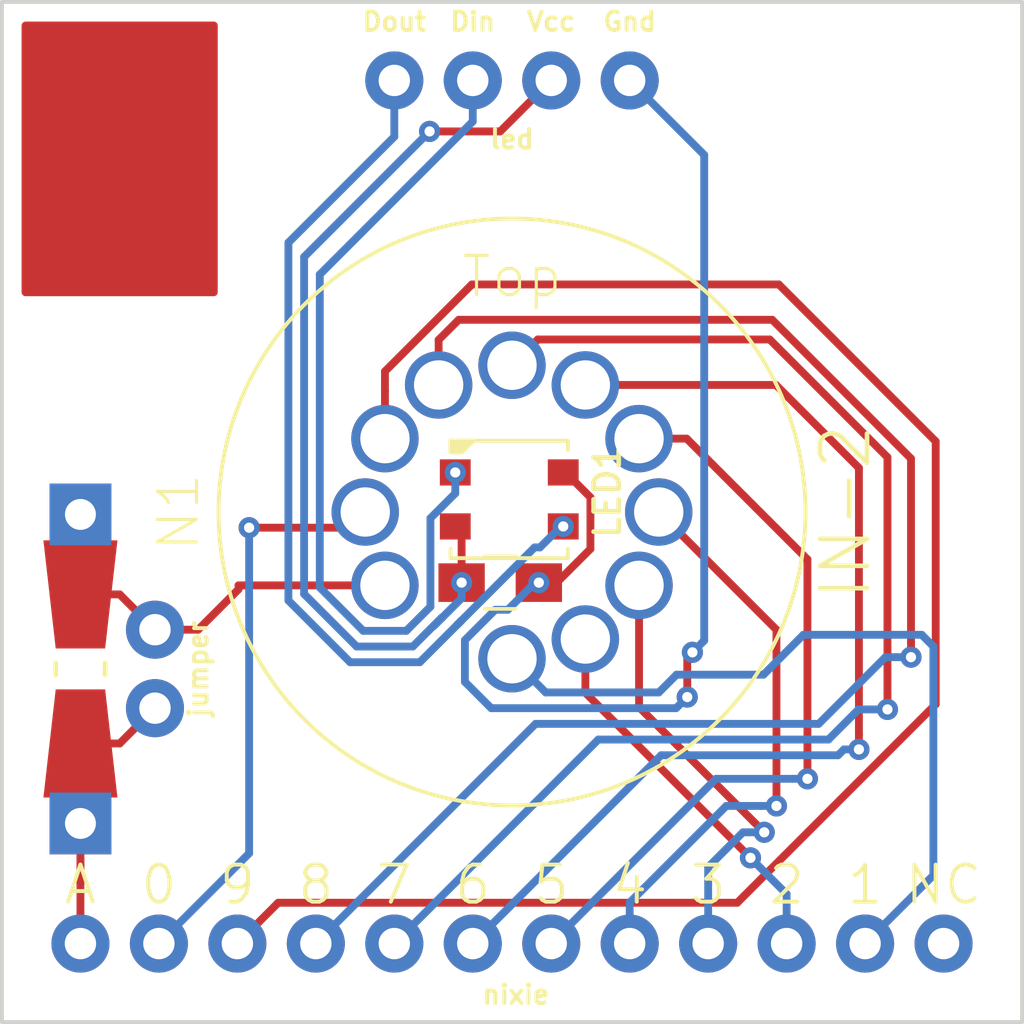
<source format=kicad_pcb>
(kicad_pcb (version 4) (host pcbnew 4.0.6)

  (general
    (links 0)
    (no_connects 21)
    (area 132.016499 88.836499 165.163501 121.983501)
    (thickness 1.6002)
    (drawings 21)
    (tracks 158)
    (zones 0)
    (modules 8)
    (nets 18)
  )

  (page A4)
  (layers
    (0 F.Cu signal)
    (31 B.Cu signal)
    (34 B.Paste user)
    (35 F.Paste user)
    (36 B.SilkS user)
    (37 F.SilkS user)
    (38 B.Mask user)
    (39 F.Mask user)
    (44 Edge.Cuts user)
  )

  (setup
    (last_trace_width 0.254)
    (user_trace_width 0.1524)
    (user_trace_width 0.2)
    (user_trace_width 0.25)
    (user_trace_width 0.3)
    (user_trace_width 0.4)
    (user_trace_width 0.5)
    (user_trace_width 0.6)
    (user_trace_width 0.8)
    (trace_clearance 0.254)
    (zone_clearance 0.1524)
    (zone_45_only no)
    (trace_min 0.1524)
    (segment_width 0.127)
    (edge_width 0.127)
    (via_size 0.6858)
    (via_drill 0.3302)
    (via_min_size 0.6858)
    (via_min_drill 0.3302)
    (uvia_size 0.508)
    (uvia_drill 0.127)
    (uvias_allowed no)
    (uvia_min_size 0.508)
    (uvia_min_drill 0.127)
    (pcb_text_width 0.127)
    (pcb_text_size 0.6 0.6)
    (mod_edge_width 0.127)
    (mod_text_size 0.6 0.6)
    (mod_text_width 0.127)
    (pad_size 1.524 1.524)
    (pad_drill 0.762)
    (pad_to_mask_clearance 0.05)
    (pad_to_paste_clearance -0.04)
    (aux_axis_origin 0 0)
    (visible_elements 7FFFFF7F)
    (pcbplotparams
      (layerselection 0x3ffff_80000001)
      (usegerberextensions true)
      (usegerberattributes true)
      (excludeedgelayer true)
      (linewidth 0.127000)
      (plotframeref false)
      (viasonmask false)
      (mode 1)
      (useauxorigin false)
      (hpglpennumber 1)
      (hpglpenspeed 20)
      (hpglpendiameter 15)
      (hpglpenoverlay 2)
      (psnegative false)
      (psa4output false)
      (plotreference true)
      (plotvalue true)
      (plotinvisibletext false)
      (padsonsilk false)
      (subtractmaskfromsilk false)
      (outputformat 1)
      (mirror false)
      (drillshape 0)
      (scaleselection 1)
      (outputdirectory CAM/))
  )

  (net 0 "")
  (net 1 "Net-(C1-Pad1)")
  (net 2 "Net-(C1-Pad2)")
  (net 3 "Net-(J1-Pad1)")
  (net 4 "Net-(J1-Pad2)")
  (net 5 "Net-(J1-Pad3)")
  (net 6 "Net-(J1-Pad4)")
  (net 7 "Net-(J1-Pad5)")
  (net 8 "Net-(J1-Pad6)")
  (net 9 "Net-(J1-Pad7)")
  (net 10 "Net-(J1-Pad8)")
  (net 11 "Net-(J1-Pad9)")
  (net 12 "Net-(J1-Pad10)")
  (net 13 "Net-(J1-Pad11)")
  (net 14 "Net-(J1-Pad12)")
  (net 15 "Net-(J2-Pad1)")
  (net 16 "Net-(J3-Pad3)")
  (net 17 "Net-(J3-Pad4)")

  (net_class Default "Imperial - this is the standard class"
    (clearance 0.254)
    (trace_width 0.254)
    (via_dia 0.6858)
    (via_drill 0.3302)
    (uvia_dia 0.508)
    (uvia_drill 0.127)
    (add_net "Net-(C1-Pad1)")
    (add_net "Net-(C1-Pad2)")
    (add_net "Net-(J1-Pad1)")
    (add_net "Net-(J1-Pad10)")
    (add_net "Net-(J1-Pad11)")
    (add_net "Net-(J1-Pad12)")
    (add_net "Net-(J1-Pad2)")
    (add_net "Net-(J1-Pad3)")
    (add_net "Net-(J1-Pad4)")
    (add_net "Net-(J1-Pad5)")
    (add_net "Net-(J1-Pad6)")
    (add_net "Net-(J1-Pad7)")
    (add_net "Net-(J1-Pad8)")
    (add_net "Net-(J1-Pad9)")
    (add_net "Net-(J2-Pad1)")
    (add_net "Net-(J3-Pad3)")
    (add_net "Net-(J3-Pad4)")
  )

  (net_class 0.2mm ""
    (clearance 0.2)
    (trace_width 0.2)
    (via_dia 0.6858)
    (via_drill 0.3302)
    (uvia_dia 0.508)
    (uvia_drill 0.127)
  )

  (net_class Minimal ""
    (clearance 0.1524)
    (trace_width 0.1524)
    (via_dia 0.6858)
    (via_drill 0.3302)
    (uvia_dia 0.508)
    (uvia_drill 0.127)
  )

  (module Capacitors_SMD:C_0805_HandSoldering (layer F.Cu) (tedit 5A07CB46) (tstamp 5A0B51DE)
    (at 148.209 107.696)
    (descr "Capacitor SMD 0805, hand soldering")
    (tags "capacitor 0805")
    (path /5A07B8E9)
    (attr smd)
    (fp_text reference C1 (at 0 -1.75) (layer F.SilkS) hide
      (effects (font (size 1 1) (thickness 0.15)))
    )
    (fp_text value 0.1uF (at 0 1.75) (layer F.Fab)
      (effects (font (size 1 1) (thickness 0.15)))
    )
    (fp_text user %R (at 0 -1.75) (layer F.Fab)
      (effects (font (size 1 1) (thickness 0.15)))
    )
    (fp_line (start -1 0.62) (end -1 -0.62) (layer F.Fab) (width 0.1))
    (fp_line (start 1 0.62) (end -1 0.62) (layer F.Fab) (width 0.1))
    (fp_line (start 1 -0.62) (end 1 0.62) (layer F.Fab) (width 0.1))
    (fp_line (start -1 -0.62) (end 1 -0.62) (layer F.Fab) (width 0.1))
    (fp_line (start 0.5 -0.85) (end -0.5 -0.85) (layer F.SilkS) (width 0.12))
    (fp_line (start -0.5 0.85) (end 0.5 0.85) (layer F.SilkS) (width 0.12))
    (fp_line (start -2.25 -0.88) (end 2.25 -0.88) (layer F.CrtYd) (width 0.05))
    (fp_line (start -2.25 -0.88) (end -2.25 0.87) (layer F.CrtYd) (width 0.05))
    (fp_line (start 2.25 0.87) (end 2.25 -0.88) (layer F.CrtYd) (width 0.05))
    (fp_line (start 2.25 0.87) (end -2.25 0.87) (layer F.CrtYd) (width 0.05))
    (pad 1 smd rect (at -1.25 0) (size 1.5 1.25) (layers F.Cu F.Paste F.Mask)
      (net 1 "Net-(C1-Pad1)"))
    (pad 2 smd rect (at 1.25 0) (size 1.5 1.25) (layers F.Cu F.Paste F.Mask)
      (net 2 "Net-(C1-Pad2)"))
    (model Capacitors_SMD.3dshapes/C_0805.wrl
      (at (xyz 0 0 0))
      (scale (xyz 1 1 1))
      (rotate (xyz 0 0 0))
    )
  )

  (module SparkFun-Connectors:SparkFun-Connectors-1X12_NO_SILK (layer F.Cu) (tedit 5A07CB13) (tstamp 5A0B51EE)
    (at 162.56 119.38 180)
    (descr "PLATED THROUGH HOLE -12 PIN NO SILK")
    (tags "PLATED THROUGH HOLE -12 PIN NO SILK")
    (path /5A07B833)
    (attr virtual)
    (fp_text reference J1 (at 0.254 -1.7018 180) (layer F.SilkS) hide
      (effects (font (size 0.6096 0.6096) (thickness 0.127)))
    )
    (fp_text value nixie (at 13.843 -1.651 180) (layer F.SilkS)
      (effects (font (size 0.6096 0.6096) (thickness 0.127)))
    )
    (pad 1 thru_hole circle (at 0 0 180) (size 1.8796 1.8796) (drill 1.016) (layers *.Cu *.Paste *.Mask)
      (net 3 "Net-(J1-Pad1)"))
    (pad 2 thru_hole circle (at 2.54 0 180) (size 1.8796 1.8796) (drill 1.016) (layers *.Cu *.Paste *.Mask)
      (net 4 "Net-(J1-Pad2)"))
    (pad 3 thru_hole circle (at 5.08 0 180) (size 1.8796 1.8796) (drill 1.016) (layers *.Cu *.Paste *.Mask)
      (net 5 "Net-(J1-Pad3)"))
    (pad 4 thru_hole circle (at 7.62 0 180) (size 1.8796 1.8796) (drill 1.016) (layers *.Cu *.Paste *.Mask)
      (net 6 "Net-(J1-Pad4)"))
    (pad 5 thru_hole circle (at 10.16 0 180) (size 1.8796 1.8796) (drill 1.016) (layers *.Cu *.Paste *.Mask)
      (net 7 "Net-(J1-Pad5)"))
    (pad 6 thru_hole circle (at 12.7 0 180) (size 1.8796 1.8796) (drill 1.016) (layers *.Cu *.Paste *.Mask)
      (net 8 "Net-(J1-Pad6)"))
    (pad 7 thru_hole circle (at 15.24 0 180) (size 1.8796 1.8796) (drill 1.016) (layers *.Cu *.Paste *.Mask)
      (net 9 "Net-(J1-Pad7)"))
    (pad 8 thru_hole circle (at 17.78 0 180) (size 1.8796 1.8796) (drill 1.016) (layers *.Cu *.Paste *.Mask)
      (net 10 "Net-(J1-Pad8)"))
    (pad 9 thru_hole circle (at 20.32 0 180) (size 1.8796 1.8796) (drill 1.016) (layers *.Cu *.Paste *.Mask)
      (net 11 "Net-(J1-Pad9)"))
    (pad 10 thru_hole circle (at 22.86 0 180) (size 1.8796 1.8796) (drill 1.016) (layers *.Cu *.Paste *.Mask)
      (net 12 "Net-(J1-Pad10)"))
    (pad 11 thru_hole circle (at 25.4 0 180) (size 1.8796 1.8796) (drill 1.016) (layers *.Cu *.Paste *.Mask)
      (net 13 "Net-(J1-Pad11)"))
    (pad 12 thru_hole circle (at 27.94 0 180) (size 1.8796 1.8796) (drill 1.016) (layers *.Cu *.Paste *.Mask)
      (net 14 "Net-(J1-Pad12)"))
  )

  (module SparkFun-Connectors:SparkFun-Connectors-1X02_NO_SILK (layer F.Cu) (tedit 5A07D131) (tstamp 5A0B51FC)
    (at 137.033 109.22 270)
    (descr "PLATED THROUGH HOLE - NO SILK OUTLINE")
    (tags "PLATED THROUGH HOLE - NO SILK OUTLINE")
    (path /5A07B876)
    (attr virtual)
    (fp_text reference J2 (at 0.254 -1.7018 270) (layer F.SilkS) hide
      (effects (font (size 0.6096 0.6096) (thickness 0.127)))
    )
    (fp_text value jumper (at 1.27 -1.397 270) (layer F.SilkS)
      (effects (font (size 0.6096 0.6096) (thickness 0.127)))
    )
    (fp_line (start 2.286 0.254) (end 2.794 0.254) (layer Dwgs.User) (width 0.06604))
    (fp_line (start 2.794 0.254) (end 2.794 -0.254) (layer Dwgs.User) (width 0.06604))
    (fp_line (start 2.286 -0.254) (end 2.794 -0.254) (layer Dwgs.User) (width 0.06604))
    (fp_line (start 2.286 0.254) (end 2.286 -0.254) (layer Dwgs.User) (width 0.06604))
    (fp_line (start -0.254 0.254) (end 0.254 0.254) (layer Dwgs.User) (width 0.06604))
    (fp_line (start 0.254 0.254) (end 0.254 -0.254) (layer Dwgs.User) (width 0.06604))
    (fp_line (start -0.254 -0.254) (end 0.254 -0.254) (layer Dwgs.User) (width 0.06604))
    (fp_line (start -0.254 0.254) (end -0.254 -0.254) (layer Dwgs.User) (width 0.06604))
    (pad 1 thru_hole circle (at 0 0 270) (size 1.8796 1.8796) (drill 1.016) (layers *.Cu *.Paste *.Mask)
      (net 15 "Net-(J2-Pad1)"))
    (pad 2 thru_hole circle (at 2.54 0 270) (size 1.8796 1.8796) (drill 1.016) (layers *.Cu *.Paste *.Mask)
      (net 14 "Net-(J1-Pad12)"))
  )

  (module SparkFun-Connectors:SparkFun-Connectors-1X04_NO_SILK (layer F.Cu) (tedit 5A07D547) (tstamp 5A0B5214)
    (at 152.4 91.44 180)
    (descr "PLATED THROUGH HOLE - 4 PIN NO SILK OUTLINE")
    (tags "PLATED THROUGH HOLE - 4 PIN NO SILK OUTLINE")
    (path /5A07B8A3)
    (attr virtual)
    (fp_text reference J3 (at 0.254 -1.7018 180) (layer F.SilkS) hide
      (effects (font (size 0.6096 0.6096) (thickness 0.127)))
    )
    (fp_text value led (at 3.81 -1.905 180) (layer F.SilkS)
      (effects (font (size 0.6096 0.6096) (thickness 0.127)))
    )
    (fp_line (start 7.366 0.254) (end 7.874 0.254) (layer Dwgs.User) (width 0.06604))
    (fp_line (start 7.874 0.254) (end 7.874 -0.254) (layer Dwgs.User) (width 0.06604))
    (fp_line (start 7.366 -0.254) (end 7.874 -0.254) (layer Dwgs.User) (width 0.06604))
    (fp_line (start 7.366 0.254) (end 7.366 -0.254) (layer Dwgs.User) (width 0.06604))
    (fp_line (start 4.826 0.254) (end 5.334 0.254) (layer Dwgs.User) (width 0.06604))
    (fp_line (start 5.334 0.254) (end 5.334 -0.254) (layer Dwgs.User) (width 0.06604))
    (fp_line (start 4.826 -0.254) (end 5.334 -0.254) (layer Dwgs.User) (width 0.06604))
    (fp_line (start 4.826 0.254) (end 4.826 -0.254) (layer Dwgs.User) (width 0.06604))
    (fp_line (start 2.286 0.254) (end 2.794 0.254) (layer Dwgs.User) (width 0.06604))
    (fp_line (start 2.794 0.254) (end 2.794 -0.254) (layer Dwgs.User) (width 0.06604))
    (fp_line (start 2.286 -0.254) (end 2.794 -0.254) (layer Dwgs.User) (width 0.06604))
    (fp_line (start 2.286 0.254) (end 2.286 -0.254) (layer Dwgs.User) (width 0.06604))
    (fp_line (start -0.254 0.254) (end 0.254 0.254) (layer Dwgs.User) (width 0.06604))
    (fp_line (start 0.254 0.254) (end 0.254 -0.254) (layer Dwgs.User) (width 0.06604))
    (fp_line (start -0.254 -0.254) (end 0.254 -0.254) (layer Dwgs.User) (width 0.06604))
    (fp_line (start -0.254 0.254) (end -0.254 -0.254) (layer Dwgs.User) (width 0.06604))
    (pad 1 thru_hole circle (at 0 0 180) (size 1.8796 1.8796) (drill 1.016) (layers *.Cu *.Paste *.Mask)
      (net 2 "Net-(C1-Pad2)"))
    (pad 2 thru_hole circle (at 2.54 0 180) (size 1.8796 1.8796) (drill 1.016) (layers *.Cu *.Paste *.Mask)
      (net 1 "Net-(C1-Pad1)"))
    (pad 3 thru_hole circle (at 5.08 0 180) (size 1.8796 1.8796) (drill 1.016) (layers *.Cu *.Paste *.Mask)
      (net 16 "Net-(J3-Pad3)"))
    (pad 4 thru_hole circle (at 7.62 0 180) (size 1.8796 1.8796) (drill 1.016) (layers *.Cu *.Paste *.Mask)
      (net 17 "Net-(J3-Pad4)"))
  )

  (module adafruit:adafruit-LED3535 (layer F.Cu) (tedit 5A07CA53) (tstamp 5A0B5228)
    (at 148.5011 105.0036)
    (path /5A07B7AC)
    (attr smd)
    (fp_text reference LED1 (at 3.175 -0.254 90) (layer F.SilkS)
      (effects (font (size 0.8128 0.8128) (thickness 0.1524)))
    )
    (fp_text value WS2812BSK6812MINI (at 0.127 2.54) (layer F.SilkS) hide
      (effects (font (size 0.4064 0.4064) (thickness 0.0508)))
    )
    (fp_line (start -1.74752 -1.74752) (end 1.74752 -1.74752) (layer Dwgs.User) (width 0.127))
    (fp_line (start 1.74752 -1.74752) (end 1.74752 1.74752) (layer Dwgs.User) (width 0.127))
    (fp_line (start 1.74752 1.74752) (end -1.74752 1.74752) (layer Dwgs.User) (width 0.127))
    (fp_line (start -1.74752 1.74752) (end -1.74752 -1.74752) (layer Dwgs.User) (width 0.127))
    (fp_line (start -1.89992 -1.59766) (end -1.89992 -1.89992) (layer F.SilkS) (width 0.127))
    (fp_line (start -1.89992 -1.89992) (end 1.89992 -1.89992) (layer F.SilkS) (width 0.127))
    (fp_line (start 1.89992 -1.89992) (end 1.89992 -1.59766) (layer F.SilkS) (width 0.127))
    (fp_line (start -1.89992 1.59766) (end -1.89992 1.89992) (layer F.SilkS) (width 0.127))
    (fp_line (start -1.89992 1.89992) (end 1.89992 1.89992) (layer F.SilkS) (width 0.127))
    (fp_line (start 1.89992 1.89992) (end 1.89992 1.59766) (layer F.SilkS) (width 0.127))
    (fp_poly (pts (xy -1.905 -1.905) (xy -1.905 -1.524) (xy -1.524 -1.524) (xy -1.143 -1.905)
      (xy -1.905 -1.905)) (layer F.SilkS) (width 0.127))
    (fp_circle (center 0 0) (end 0 -1.39954) (layer Dwgs.User) (width 0.127))
    (pad 1-DO smd rect (at 1.74752 0.87376 90) (size 0.84836 0.99822) (layers F.Cu F.Paste F.Mask)
      (net 17 "Net-(J3-Pad4)"))
    (pad 2-GN smd rect (at 1.74752 -0.87376 90) (size 0.84836 0.99822) (layers F.Cu F.Paste F.Mask)
      (net 2 "Net-(C1-Pad2)"))
    (pad 3-DI smd rect (at -1.74752 -0.87376 90) (size 0.84836 0.99822) (layers F.Cu F.Paste F.Mask)
      (net 16 "Net-(J3-Pad3)"))
    (pad 4-VD smd rect (at -1.74752 0.87376 90) (size 0.84836 0.99822) (layers F.Cu F.Paste F.Mask)
      (net 1 "Net-(C1-Pad1)"))
  )

  (module nixies-us:nixies-us-IN-2-DSUB (layer F.Cu) (tedit 200000) (tstamp 5A0B5239)
    (at 148.59 105.41)
    (path /5A07B6DA)
    (attr virtual)
    (fp_text reference N1 (at -10.795 0 270) (layer F.SilkS)
      (effects (font (size 1.27 1.27) (thickness 0.1016)))
    )
    (fp_text value IN-2 (at 10.795 0 90) (layer F.SilkS)
      (effects (font (thickness 0.15)))
    )
    (fp_circle (center 0 0) (end 0 -9.4996) (layer F.SilkS) (width 0.127))
    (fp_text user Top (at 0 -7.62) (layer F.SilkS)
      (effects (font (size 1.27 1.27) (thickness 0.1016)))
    )
    (pad 0 thru_hole circle (at -4.7498 0) (size 2.18186 2.18186) (drill 1.59766) (layers *.Cu *.Paste *.Mask)
      (net 13 "Net-(J1-Pad11)"))
    (pad 1 thru_hole circle (at 0 4.7498) (size 2.18186 2.18186) (drill 1.59766) (layers *.Cu *.Paste *.Mask)
      (net 4 "Net-(J1-Pad2)"))
    (pad 2 thru_hole circle (at 2.3749 4.11226) (size 2.18186 2.18186) (drill 1.59766) (layers *.Cu *.Paste *.Mask)
      (net 5 "Net-(J1-Pad3)"))
    (pad 3 thru_hole circle (at 4.11226 2.3749) (size 2.18186 2.18186) (drill 1.59766) (layers *.Cu *.Paste *.Mask)
      (net 6 "Net-(J1-Pad4)"))
    (pad 4 thru_hole circle (at 4.7498 0) (size 2.18186 2.18186) (drill 1.59766) (layers *.Cu *.Paste *.Mask)
      (net 7 "Net-(J1-Pad5)"))
    (pad 5 thru_hole circle (at 4.11226 -2.3749) (size 2.18186 2.18186) (drill 1.59766) (layers *.Cu *.Paste *.Mask)
      (net 8 "Net-(J1-Pad6)"))
    (pad 6 thru_hole circle (at 2.3749 -4.11226) (size 2.18186 2.18186) (drill 1.59766) (layers *.Cu *.Paste *.Mask)
      (net 9 "Net-(J1-Pad7)"))
    (pad 7 thru_hole circle (at 0 -4.7498) (size 2.18186 2.18186) (drill 1.59766) (layers *.Cu *.Paste *.Mask)
      (net 10 "Net-(J1-Pad8)"))
    (pad 8 thru_hole circle (at -2.3749 -4.11226) (size 2.18186 2.18186) (drill 1.59766) (layers *.Cu *.Paste *.Mask)
      (net 11 "Net-(J1-Pad9)"))
    (pad 9 thru_hole circle (at -4.11226 -2.3749) (size 2.18186 2.18186) (drill 1.59766) (layers *.Cu *.Paste *.Mask)
      (net 12 "Net-(J1-Pad10)"))
    (pad A thru_hole circle (at -4.11226 2.3749) (size 2.18186 2.18186) (drill 1.59766) (layers *.Cu *.Paste *.Mask)
      (net 15 "Net-(J2-Pad1)"))
  )

  (module Resistors_Universal:Resistor_SMD+THTuniversal_0805to1206_RM10_HandSoldering (layer F.Cu) (tedit 5A07D137) (tstamp 5A0B5245)
    (at 134.62 110.49 270)
    (descr "Resistor, SMD and THT, universal, 0805 to 1206,RM10,  Hand soldering,")
    (tags "Resistor, SMD and THT, universal, 0805 to 1206, RM10, Hand soldering,")
    (path /5A07B8C8)
    (fp_text reference R1 (at -0.889 -0.889 270) (layer F.SilkS) hide
      (effects (font (size 1 1) (thickness 0.15)))
    )
    (fp_text value R (at -0.39878 4.20116 270) (layer F.Fab)
      (effects (font (size 1 1) (thickness 0.15)))
    )
    (fp_line (start 0 0.8001) (end 0.20066 0.8001) (layer F.SilkS) (width 0.15))
    (fp_line (start 0 0.8001) (end -0.20066 0.8001) (layer F.SilkS) (width 0.15))
    (fp_line (start -0.09906 -0.8001) (end -0.20066 -0.8001) (layer F.SilkS) (width 0.15))
    (fp_line (start -0.20066 -0.8001) (end 0.20066 -0.8001) (layer F.SilkS) (width 0.15))
    (pad 1 smd trapezoid (at -2.413 0 270) (size 3.50012 1.99898) (rect_delta 0.39878 0 ) (layers F.Cu F.Paste F.Mask)
      (net 15 "Net-(J2-Pad1)"))
    (pad 2 smd trapezoid (at 2.413 0 90) (size 3.50012 1.99898) (rect_delta 0.39878 0 ) (layers F.Cu F.Paste F.Mask)
      (net 14 "Net-(J1-Pad12)"))
    (pad 1 thru_hole rect (at -5.00126 0 90) (size 1.99898 1.99898) (drill 1.00076) (layers *.Cu *.Mask)
      (net 15 "Net-(J2-Pad1)"))
    (pad 2 thru_hole rect (at 5.00126 0 90) (size 1.99898 1.99898) (drill 1.00076) (layers *.Cu *.Mask)
      (net 14 "Net-(J1-Pad12)"))
  )

  (module logos:mermaid_l (layer F.Cu) (tedit 0) (tstamp 5A0D88F1)
    (at 135.382 93.726)
    (fp_text reference G*** (at 0 0) (layer F.SilkS) hide
      (effects (font (thickness 0.3)))
    )
    (fp_text value LOGO (at 0.75 0) (layer F.SilkS) hide
      (effects (font (thickness 0.3)))
    )
    (fp_poly (pts (xy 0.016811 -3.773536) (xy 0.035492 -3.771585) (xy 0.039687 -3.770741) (xy 0.079417 -3.757244)
      (xy 0.111324 -3.737775) (xy 0.124832 -3.725513) (xy 0.142677 -3.704599) (xy 0.153161 -3.684612)
      (xy 0.15793 -3.661447) (xy 0.15875 -3.64097) (xy 0.158058 -3.61993) (xy 0.155124 -3.604749)
      (xy 0.148654 -3.590748) (xy 0.141938 -3.580059) (xy 0.122141 -3.557766) (xy 0.098998 -3.544256)
      (xy 0.074141 -3.539962) (xy 0.049199 -3.545313) (xy 0.036501 -3.55221) (xy 0.025568 -3.560763)
      (xy 0.019906 -3.570026) (xy 0.017449 -3.584153) (xy 0.016932 -3.59157) (xy 0.016648 -3.608477)
      (xy 0.018904 -3.618133) (xy 0.024587 -3.623743) (xy 0.026084 -3.624592) (xy 0.039465 -3.627784)
      (xy 0.050441 -3.626922) (xy 0.059967 -3.622881) (xy 0.061919 -3.615123) (xy 0.060823 -3.608777)
      (xy 0.060289 -3.596153) (xy 0.064906 -3.590901) (xy 0.073078 -3.592235) (xy 0.083211 -3.599369)
      (xy 0.093713 -3.61152) (xy 0.102989 -3.6279) (xy 0.103896 -3.629997) (xy 0.108418 -3.643365)
      (xy 0.108287 -3.6547) (xy 0.103467 -3.669685) (xy 0.087643 -3.698859) (xy 0.064252 -3.721926)
      (xy 0.050164 -3.731216) (xy 0.036916 -3.737802) (xy 0.022748 -3.741623) (xy 0.004134 -3.743365)
      (xy -0.014288 -3.743716) (xy -0.040147 -3.742911) (xy -0.057394 -3.740394) (xy -0.064294 -3.73724)
      (xy -0.073648 -3.731439) (xy -0.077728 -3.730626) (xy -0.088165 -3.726605) (xy -0.102163 -3.716065)
      (xy -0.117406 -3.701291) (xy -0.131579 -3.684564) (xy -0.142367 -3.668169) (xy -0.143717 -3.665542)
      (xy -0.151883 -3.648712) (xy -0.159332 -3.633251) (xy -0.163088 -3.620111) (xy -0.165384 -3.598867)
      (xy -0.16631 -3.568514) (xy -0.166318 -3.553876) (xy -0.166026 -3.5265) (xy -0.165145 -3.506715)
      (xy -0.163111 -3.491529) (xy -0.159359 -3.477949) (xy -0.153324 -3.462983) (xy -0.14625 -3.447521)
      (xy -0.121753 -3.405235) (xy -0.0903 -3.36927) (xy -0.051325 -3.33924) (xy -0.004264 -3.314759)
      (xy 0.051447 -3.295441) (xy 0.089958 -3.28602) (xy 0.119366 -3.282227) (xy 0.156195 -3.281263)
      (xy 0.197719 -3.282946) (xy 0.241212 -3.28709) (xy 0.283951 -3.293513) (xy 0.321687 -3.301638)
      (xy 0.342155 -3.307861) (xy 0.360849 -3.315263) (xy 0.376278 -3.322945) (xy 0.386953 -3.330006)
      (xy 0.391385 -3.335547) (xy 0.388082 -3.338667) (xy 0.383597 -3.339042) (xy 0.373649 -3.342219)
      (xy 0.357833 -3.350734) (xy 0.338335 -3.36306) (xy 0.317344 -3.377673) (xy 0.297047 -3.393046)
      (xy 0.279632 -3.407655) (xy 0.267286 -3.419973) (xy 0.26692 -3.420407) (xy 0.246827 -3.446164)
      (xy 0.232225 -3.469838) (xy 0.221889 -3.494463) (xy 0.214597 -3.523071) (xy 0.209127 -3.558694)
      (xy 0.208269 -3.565849) (xy 0.208225 -3.599519) (xy 0.214696 -3.635439) (xy 0.226608 -3.670269)
      (xy 0.242885 -3.700666) (xy 0.257355 -3.718587) (xy 0.284712 -3.739246) (xy 0.316451 -3.752322)
      (xy 0.350326 -3.757709) (xy 0.384089 -3.755304) (xy 0.415495 -3.745003) (xy 0.441854 -3.727116)
      (xy 0.456743 -3.708989) (xy 0.464158 -3.687733) (xy 0.465666 -3.667574) (xy 0.46447 -3.649678)
      (xy 0.459418 -3.636679) (xy 0.44831 -3.623019) (xy 0.447843 -3.622523) (xy 0.432662 -3.60928)
      (xy 0.418526 -3.60395) (xy 0.413448 -3.603625) (xy 0.394908 -3.608269) (xy 0.381565 -3.620647)
      (xy 0.375782 -3.638431) (xy 0.375708 -3.640833) (xy 0.378805 -3.655072) (xy 0.386689 -3.660815)
      (xy 0.397247 -3.657238) (xy 0.40302 -3.65151) (xy 0.411119 -3.643576) (xy 0.417703 -3.64383)
      (xy 0.420717 -3.645984) (xy 0.426691 -3.656909) (xy 0.428309 -3.673525) (xy 0.425542 -3.691863)
      (xy 0.421138 -3.703294) (xy 0.410709 -3.716673) (xy 0.399156 -3.725521) (xy 0.381042 -3.731036)
      (xy 0.358057 -3.732598) (xy 0.335132 -3.730244) (xy 0.318905 -3.724949) (xy 0.298369 -3.711409)
      (xy 0.278961 -3.693672) (xy 0.264484 -3.675356) (xy 0.26187 -3.670693) (xy 0.258107 -3.658302)
      (xy 0.255508 -3.640465) (xy 0.254155 -3.620218) (xy 0.254128 -3.6006) (xy 0.25551 -3.584648)
      (xy 0.258381 -3.5754) (xy 0.259291 -3.574521) (xy 0.263387 -3.567227) (xy 0.264583 -3.558334)
      (xy 0.266434 -3.54854) (xy 0.269875 -3.545417) (xy 0.274956 -3.541344) (xy 0.275166 -3.539772)
      (xy 0.278369 -3.532005) (xy 0.286651 -3.519125) (xy 0.298022 -3.503894) (xy 0.310492 -3.489074)
      (xy 0.315691 -3.483521) (xy 0.332808 -3.469181) (xy 0.356966 -3.453086) (xy 0.385192 -3.436898)
      (xy 0.41451 -3.422278) (xy 0.441945 -3.410886) (xy 0.451563 -3.407656) (xy 0.513508 -3.39253)
      (xy 0.572008 -3.386659) (xy 0.6285 -3.390216) (xy 0.684423 -3.403376) (xy 0.741216 -3.42631)
      (xy 0.78052 -3.447259) (xy 0.817352 -3.46804) (xy 0.848125 -3.483558) (xy 0.875501 -3.494552)
      (xy 0.902139 -3.501759) (xy 0.9307 -3.505917) (xy 0.963843 -3.507764) (xy 0.999762 -3.50806)
      (xy 1.029829 -3.507596) (xy 1.058475 -3.506543) (xy 1.08289 -3.505047) (xy 1.100268 -3.50325)
      (xy 1.103312 -3.502746) (xy 1.124251 -3.498943) (xy 1.148566 -3.494739) (xy 1.16152 -3.492588)
      (xy 1.183437 -3.488718) (xy 1.205109 -3.484407) (xy 1.21576 -3.482026) (xy 1.242534 -3.475574)
      (xy 1.261268 -3.470981) (xy 1.27422 -3.467665) (xy 1.283649 -3.465044) (xy 1.29181 -3.462534)
      (xy 1.293812 -3.46189) (xy 1.330054 -3.447173) (xy 1.362613 -3.428217) (xy 1.390124 -3.406284)
      (xy 1.411222 -3.382636) (xy 1.42454 -3.358536) (xy 1.428749 -3.337087) (xy 1.430965 -3.31796)
      (xy 1.436932 -3.293293) (xy 1.445634 -3.266996) (xy 1.4496 -3.257021) (xy 1.460028 -3.223921)
      (xy 1.465344 -3.188889) (xy 1.465701 -3.173183) (xy 1.465206 -3.152449) (xy 1.465622 -3.140318)
      (xy 1.467505 -3.134815) (xy 1.471411 -3.133966) (xy 1.476375 -3.135313) (xy 1.485246 -3.136563)
      (xy 1.485546 -3.132317) (xy 1.477379 -3.123141) (xy 1.473497 -3.119686) (xy 1.464568 -3.110292)
      (xy 1.463129 -3.101507) (xy 1.465406 -3.093994) (xy 1.472998 -3.082438) (xy 1.485846 -3.06985)
      (xy 1.491895 -3.065257) (xy 1.507592 -3.051442) (xy 1.513053 -3.038041) (xy 1.508312 -3.023896)
      (xy 1.493572 -3.007997) (xy 1.481954 -2.996879) (xy 1.477871 -2.989625) (xy 1.480148 -2.984092)
      (xy 1.480343 -2.983889) (xy 1.48489 -2.973373) (xy 1.486712 -2.956585) (xy 1.485771 -2.93749)
      (xy 1.482027 -2.920051) (xy 1.481007 -2.917281) (xy 1.468042 -2.883178) (xy 1.459777 -2.85676)
      (xy 1.455764 -2.836468) (xy 1.455208 -2.827306) (xy 1.451635 -2.812089) (xy 1.440656 -2.801224)
      (xy 1.433744 -2.797314) (xy 1.425278 -2.794661) (xy 1.41333 -2.793085) (xy 1.395971 -2.79241)
      (xy 1.371273 -2.792457) (xy 1.349375 -2.792809) (xy 1.31873 -2.793255) (xy 1.296659 -2.793112)
      (xy 1.281157 -2.792186) (xy 1.270221 -2.790279) (xy 1.261849 -2.787196) (xy 1.255447 -2.783626)
      (xy 1.244268 -2.774775) (xy 1.238474 -2.766405) (xy 1.23825 -2.764974) (xy 1.235863 -2.757876)
      (xy 1.233805 -2.756959) (xy 1.229201 -2.752098) (xy 1.223916 -2.739092) (xy 1.218503 -2.720308)
      (xy 1.213515 -2.698112) (xy 1.209506 -2.674871) (xy 1.207028 -2.652951) (xy 1.2065 -2.640132)
      (xy 1.207874 -2.614203) (xy 1.211589 -2.582523) (xy 1.217032 -2.549504) (xy 1.222776 -2.522803)
      (xy 1.235661 -2.473043) (xy 1.247332 -2.433315) (xy 1.257929 -2.403156) (xy 1.259293 -2.399771)
      (xy 1.264013 -2.387513) (xy 1.269636 -2.371955) (xy 1.270086 -2.370667) (xy 1.278721 -2.347809)
      (xy 1.289907 -2.322021) (xy 1.304888 -2.290463) (xy 1.308378 -2.283355) (xy 1.317963 -2.259043)
      (xy 1.323702 -2.234224) (xy 1.325348 -2.211548) (xy 1.322652 -2.19366) (xy 1.317561 -2.184909)
      (xy 1.307186 -2.176016) (xy 1.292853 -2.165074) (xy 1.277255 -2.153968) (xy 1.263087 -2.144581)
      (xy 1.253044 -2.138797) (xy 1.250232 -2.137834) (xy 1.242386 -2.13401) (xy 1.231208 -2.124466)
      (xy 1.219519 -2.11209) (xy 1.21014 -2.099773) (xy 1.206613 -2.093154) (xy 1.204218 -2.073293)
      (xy 1.210459 -2.048342) (xy 1.211685 -2.04523) (xy 1.220793 -2.023791) (xy 1.23213 -1.998543)
      (xy 1.244765 -1.971403) (xy 1.257766 -1.944284) (xy 1.270202 -1.9191) (xy 1.281142 -1.897767)
      (xy 1.289653 -1.882198) (xy 1.294804 -1.874308) (xy 1.294911 -1.874195) (xy 1.300737 -1.866426)
      (xy 1.30175 -1.863411) (xy 1.305702 -1.855954) (xy 1.316422 -1.843726) (xy 1.332206 -1.828296)
      (xy 1.351351 -1.811235) (xy 1.372151 -1.794113) (xy 1.392903 -1.778501) (xy 1.397 -1.775628)
      (xy 1.412481 -1.764474) (xy 1.432822 -1.749179) (xy 1.456251 -1.731147) (xy 1.480994 -1.711783)
      (xy 1.505277 -1.692489) (xy 1.527327 -1.674669) (xy 1.54537 -1.659728) (xy 1.557633 -1.649068)
      (xy 1.561041 -1.645785) (xy 1.566531 -1.641261) (xy 1.577559 -1.632846) (xy 1.584854 -1.62743)
      (xy 1.599074 -1.616479) (xy 1.610642 -1.606732) (xy 1.613958 -1.603563) (xy 1.621166 -1.597319)
      (xy 1.63503 -1.586326) (xy 1.653625 -1.57203) (xy 1.675029 -1.555881) (xy 1.697317 -1.539326)
      (xy 1.718566 -1.523814) (xy 1.736854 -1.510793) (xy 1.740958 -1.507944) (xy 1.75542 -1.497422)
      (xy 1.767734 -1.487559) (xy 1.769672 -1.48584) (xy 1.781335 -1.477351) (xy 1.789516 -1.473434)
      (xy 1.797549 -1.469117) (xy 1.799166 -1.466423) (xy 1.803588 -1.462135) (xy 1.814535 -1.456503)
      (xy 1.817687 -1.455209) (xy 1.829662 -1.449593) (xy 1.835937 -1.444862) (xy 1.836208 -1.4441)
      (xy 1.840779 -1.440501) (xy 1.852852 -1.434525) (xy 1.869967 -1.42737) (xy 1.872824 -1.426267)
      (xy 1.88894 -1.420424) (xy 1.902804 -1.416562) (xy 1.917198 -1.414357) (xy 1.934907 -1.413483)
      (xy 1.958714 -1.413615) (xy 1.977334 -1.414048) (xy 2.011477 -1.415666) (xy 2.050591 -1.418652)
      (xy 2.089221 -1.422539) (xy 2.114726 -1.425785) (xy 2.14488 -1.42989) (xy 2.16751 -1.432256)
      (xy 2.18552 -1.432964) (xy 2.201812 -1.432095) (xy 2.219288 -1.429731) (xy 2.224528 -1.428856)
      (xy 2.245404 -1.424861) (xy 2.257747 -1.421152) (xy 2.263552 -1.416902) (xy 2.264833 -1.412127)
      (xy 2.263508 -1.406717) (xy 2.257986 -1.403732) (xy 2.245944 -1.402491) (xy 2.231409 -1.402292)
      (xy 2.207764 -1.401303) (xy 2.182238 -1.398663) (xy 2.158033 -1.394866) (xy 2.138355 -1.390404)
      (xy 2.12725 -1.386276) (xy 2.123304 -1.383434) (xy 2.123829 -1.381057) (xy 2.130164 -1.378752)
      (xy 2.143652 -1.376125) (xy 2.165634 -1.37278) (xy 2.180166 -1.370725) (xy 2.208747 -1.366286)
      (xy 2.230983 -1.361492) (xy 2.251087 -1.355226) (xy 2.27327 -1.34637) (xy 2.275416 -1.345449)
      (xy 2.291879 -1.337058) (xy 2.307873 -1.326809) (xy 2.32072 -1.316668) (xy 2.327745 -1.308602)
      (xy 2.328333 -1.306591) (xy 2.323743 -1.304335) (xy 2.312281 -1.304011) (xy 2.297402 -1.305252)
      (xy 2.282566 -1.307694) (xy 2.271229 -1.31097) (xy 2.267743 -1.312991) (xy 2.258675 -1.31683)
      (xy 2.251604 -1.317626) (xy 2.239817 -1.320172) (xy 2.234786 -1.323331) (xy 2.225761 -1.326846)
      (xy 2.213884 -1.326984) (xy 2.204136 -1.325219) (xy 2.204029 -1.323129) (xy 2.20927 -1.320799)
      (xy 2.23606 -1.310129) (xy 2.25511 -1.301894) (xy 2.268643 -1.294964) (xy 2.278885 -1.288209)
      (xy 2.287322 -1.281169) (xy 2.296853 -1.2715) (xy 2.301715 -1.264499) (xy 2.301875 -1.263719)
      (xy 2.297454 -1.259587) (xy 2.285098 -1.260225) (xy 2.266162 -1.265338) (xy 2.242005 -1.274631)
      (xy 2.232778 -1.27872) (xy 2.210862 -1.287938) (xy 2.195226 -1.292907) (xy 2.186673 -1.293593)
      (xy 2.186011 -1.289959) (xy 2.194044 -1.28197) (xy 2.19612 -1.28034) (xy 2.207237 -1.273141)
      (xy 2.215319 -1.270118) (xy 2.221801 -1.265714) (xy 2.226876 -1.256324) (xy 2.227791 -1.251047)
      (xy 2.223516 -1.248302) (xy 2.212505 -1.249392) (xy 2.197482 -1.253408) (xy 2.181171 -1.259436)
      (xy 2.166296 -1.266566) (xy 2.15558 -1.273887) (xy 2.153708 -1.275833) (xy 2.146702 -1.280288)
      (xy 2.132687 -1.286789) (xy 2.114695 -1.294037) (xy 2.095756 -1.300732) (xy 2.095124 -1.300937)
      (xy 2.07869 -1.304461) (xy 2.057774 -1.306667) (xy 2.046312 -1.307042) (xy 2.028903 -1.306558)
      (xy 2.018807 -1.304253) (xy 2.012768 -1.298853) (xy 2.009183 -1.29249) (xy 2.005287 -1.278785)
      (xy 2.008579 -1.265874) (xy 2.019902 -1.252443) (xy 2.040101 -1.237179) (xy 2.048014 -1.232048)
      (xy 2.069352 -1.218173) (xy 2.083328 -1.207722) (xy 2.091758 -1.198848) (xy 2.096459 -1.189706)
      (xy 2.098878 -1.180349) (xy 2.099775 -1.168122) (xy 2.095521 -1.163627) (xy 2.094838 -1.16354)
      (xy 2.077123 -1.165005) (xy 2.064663 -1.173081) (xy 2.054291 -1.180457) (xy 2.036679 -1.190046)
      (xy 2.014573 -1.20055) (xy 1.990717 -1.210671) (xy 1.967857 -1.219114) (xy 1.965854 -1.219776)
      (xy 1.928101 -1.233609) (xy 1.898307 -1.248381) (xy 1.87387 -1.26573) (xy 1.852189 -1.287294)
      (xy 1.844908 -1.29597) (xy 1.82922 -1.314316) (xy 1.813605 -1.330793) (xy 1.80082 -1.342542)
      (xy 1.797992 -1.344686) (xy 1.786309 -1.353213) (xy 1.778836 -1.359346) (xy 1.778 -1.360236)
      (xy 1.771224 -1.365606) (xy 1.75693 -1.374794) (xy 1.736985 -1.386729) (xy 1.713259 -1.400343)
      (xy 1.687619 -1.414565) (xy 1.661936 -1.428326) (xy 1.638076 -1.440557) (xy 1.635125 -1.442019)
      (xy 1.587553 -1.46584) (xy 1.546283 -1.487396) (xy 1.507857 -1.50852) (xy 1.481666 -1.52353)
      (xy 1.464862 -1.532936) (xy 1.450648 -1.540248) (xy 1.443302 -1.543429) (xy 1.435482 -1.548118)
      (xy 1.434041 -1.551076) (xy 1.429946 -1.555562) (xy 1.42835 -1.55575) (xy 1.421455 -1.558368)
      (xy 1.407463 -1.565519) (xy 1.388265 -1.576151) (xy 1.365753 -1.589212) (xy 1.341819 -1.60365)
      (xy 1.338081 -1.605957) (xy 1.328838 -1.611626) (xy 1.314356 -1.620452) (xy 1.303686 -1.626934)
      (xy 1.289183 -1.635949) (xy 1.278713 -1.64286) (xy 1.275291 -1.645485) (xy 1.269816 -1.650117)
      (xy 1.258818 -1.65865) (xy 1.251479 -1.66417) (xy 1.234056 -1.677274) (xy 1.220686 -1.687881)
      (xy 1.208649 -1.698391) (xy 1.195222 -1.711206) (xy 1.177684 -1.728725) (xy 1.173427 -1.733021)
      (xy 1.154691 -1.753203) (xy 1.136473 -1.774958) (xy 1.121826 -1.794574) (xy 1.117957 -1.80049)
      (xy 1.107458 -1.815879) (xy 1.098096 -1.826821) (xy 1.091977 -1.830917) (xy 1.085418 -1.828569)
      (xy 1.084785 -1.826948) (xy 1.081627 -1.820717) (xy 1.073818 -1.810294) (xy 1.071556 -1.807605)
      (xy 1.063024 -1.796859) (xy 1.058535 -1.789598) (xy 1.058333 -1.788759) (xy 1.055116 -1.78268)
      (xy 1.048847 -1.77503) (xy 1.038358 -1.760344) (xy 1.026121 -1.737991) (xy 1.013216 -1.710506)
      (xy 1.00072 -1.680421) (xy 0.989714 -1.650268) (xy 0.981275 -1.622581) (xy 0.977986 -1.608667)
      (xy 0.968972 -1.562362) (xy 0.962328 -1.523365) (xy 0.95779 -1.488735) (xy 0.955093 -1.45553)
      (xy 0.953972 -1.420809) (xy 0.954162 -1.38163) (xy 0.954874 -1.352021) (xy 0.955956 -1.318336)
      (xy 0.957154 -1.287144) (xy 0.958377 -1.260422) (xy 0.959534 -1.240144) (xy 0.960534 -1.228284)
      (xy 0.960617 -1.227667) (xy 0.961429 -1.217554) (xy 0.962358 -1.198447) (xy 0.96335 -1.171939)
      (xy 0.964353 -1.139617) (xy 0.96531 -1.103071) (xy 0.96617 -1.063891) (xy 0.966176 -1.063625)
      (xy 0.966988 -1.016579) (xy 0.967314 -0.977779) (xy 0.967075 -0.9449) (xy 0.96619 -0.915612)
      (xy 0.964579 -0.887587) (xy 0.962164 -0.858498) (xy 0.958863 -0.826017) (xy 0.95765 -0.814917)
      (xy 0.951084 -0.75682) (xy 0.945176 -0.707679) (xy 0.939682 -0.665903) (xy 0.934356 -0.629902)
      (xy 0.928956 -0.598088) (xy 0.923235 -0.56887) (xy 0.916949 -0.54066) (xy 0.912885 -0.523875)
      (xy 0.906794 -0.498662) (xy 0.901413 -0.475129) (xy 0.897462 -0.456489) (xy 0.895973 -0.44834)
      (xy 0.892856 -0.434708) (xy 0.889085 -0.426281) (xy 0.888285 -0.425538) (xy 0.884592 -0.418555)
      (xy 0.883669 -0.411115) (xy 0.882028 -0.401383) (xy 0.877635 -0.38436) (xy 0.871226 -0.362746)
      (xy 0.866028 -0.346605) (xy 0.857767 -0.321534) (xy 0.84996 -0.297435) (xy 0.843739 -0.277819)
      (xy 0.841302 -0.269875) (xy 0.836378 -0.25453) (xy 0.832191 -0.243342) (xy 0.830942 -0.240771)
      (xy 0.827336 -0.232696) (xy 0.822295 -0.21902) (xy 0.820702 -0.214313) (xy 0.81395 -0.195276)
      (xy 0.806669 -0.176625) (xy 0.80583 -0.174625) (xy 0.798972 -0.158321) (xy 0.792944 -0.14374)
      (xy 0.792593 -0.142875) (xy 0.786649 -0.129107) (xy 0.782549 -0.120458) (xy 0.778574 -0.110063)
      (xy 0.777875 -0.105842) (xy 0.775639 -0.099184) (xy 0.769428 -0.084596) (xy 0.759982 -0.063622)
      (xy 0.748042 -0.037806) (xy 0.734349 -0.008691) (xy 0.719644 0.022178) (xy 0.704668 0.053257)
      (xy 0.690162 0.083002) (xy 0.676867 0.10987) (xy 0.665523 0.132316) (xy 0.656873 0.148797)
      (xy 0.651656 0.157769) (xy 0.650888 0.15875) (xy 0.64704 0.164585) (xy 0.640139 0.176579)
      (xy 0.635415 0.185208) (xy 0.622667 0.207639) (xy 0.605809 0.235506) (xy 0.586295 0.266573)
      (xy 0.565581 0.298607) (xy 0.545121 0.329373) (xy 0.52637 0.356639) (xy 0.510784 0.378168)
      (xy 0.504464 0.386291) (xy 0.49882 0.393433) (xy 0.48822 0.406992) (xy 0.474188 0.425014)
      (xy 0.458423 0.445321) (xy 0.386268 0.531586) (xy 0.305323 0.615902) (xy 0.217382 0.696433)
      (xy 0.193138 0.716902) (xy 0.177764 0.729736) (xy 0.165728 0.739925) (xy 0.159212 0.745619)
      (xy 0.15875 0.74607) (xy 0.15364 0.750212) (xy 0.141905 0.75919) (xy 0.125441 0.771566)
      (xy 0.111125 0.782215) (xy 0.091503 0.796811) (xy 0.074346 0.809688) (xy 0.061903 0.819151)
      (xy 0.057234 0.822811) (xy 0.046348 0.830914) (xy 0.033422 0.839659) (xy 0.019429 0.849492)
      (xy 0.008262 0.85853) (xy -0.00115 0.865562) (xy -0.006772 0.867833) (xy -0.013177 0.871028)
      (xy -0.024494 0.879231) (xy -0.033185 0.886354) (xy -0.046046 0.896711) (xy -0.055853 0.903433)
      (xy -0.059243 0.904875) (xy -0.065136 0.907527) (xy -0.076973 0.9143) (xy -0.09191 0.923419)
      (xy -0.107104 0.933106) (xy -0.119711 0.941585) (xy -0.126887 0.947081) (xy -0.127 0.947193)
      (xy -0.133129 0.951521) (xy -0.142875 0.957378) (xy -0.152011 0.962765) (xy -0.168175 0.972485)
      (xy -0.189376 0.985333) (xy -0.213623 1.000104) (xy -0.223801 1.006326) (xy -0.247553 1.020777)
      (xy -0.267952 1.033032) (xy -0.283378 1.04213) (xy -0.292207 1.047106) (xy -0.293632 1.04775)
      (xy -0.298902 1.050229) (xy -0.310818 1.056768) (xy -0.326931 1.066017) (xy -0.328991 1.067222)
      (xy -0.356603 1.083148) (xy -0.386048 1.099703) (xy -0.414493 1.115327) (xy -0.439106 1.128464)
      (xy -0.455084 1.136599) (xy -0.467632 1.14309) (xy -0.475484 1.147821) (xy -0.47625 1.148468)
      (xy -0.481786 1.151903) (xy -0.494692 1.158989) (xy -0.512891 1.168607) (xy -0.529167 1.177013)
      (xy -0.578322 1.202179) (xy -0.622845 1.225001) (xy -0.661951 1.245075) (xy -0.694854 1.261998)
      (xy -0.720769 1.275365) (xy -0.73891 1.284772) (xy -0.748492 1.289816) (xy -0.748968 1.290075)
      (xy -0.758048 1.294813) (xy -0.773987 1.302904) (xy -0.794153 1.313017) (xy -0.80698 1.3194)
      (xy -0.881231 1.35675) (xy -0.94652 1.390707) (xy -1.003734 1.421745) (xy -1.05376 1.450342)
      (xy -1.076855 1.464177) (xy -1.090458 1.471801) (xy -1.098021 1.475597) (xy -1.105412 1.479911)
      (xy -1.119579 1.488876) (xy -1.138874 1.501392) (xy -1.161647 1.516359) (xy -1.18625 1.532677)
      (xy -1.211035 1.549246) (xy -1.234352 1.564966) (xy -1.254552 1.578737) (xy -1.269988 1.58946)
      (xy -1.279009 1.596033) (xy -1.280584 1.5974) (xy -1.28583 1.602217) (xy -1.296881 1.611472)
      (xy -1.309688 1.621833) (xy -1.369914 1.675393) (xy -1.421218 1.732685) (xy -1.463288 1.79318)
      (xy -1.495811 1.856346) (xy -1.518476 1.921651) (xy -1.530971 1.988566) (xy -1.532115 2.00072)
      (xy -1.533533 2.021291) (xy -1.533389 2.03401) (xy -1.531178 2.041555) (xy -1.526396 2.046606)
      (xy -1.523028 2.048937) (xy -1.508982 2.055507) (xy -1.492365 2.060056) (xy -1.492229 2.060079)
      (xy -1.452691 2.067475) (xy -1.418964 2.075738) (xy -1.394355 2.083271) (xy -1.372487 2.090356)
      (xy -1.346337 2.098616) (xy -1.322917 2.10585) (xy -1.302468 2.112199) (xy -1.284909 2.117877)
      (xy -1.273608 2.12179) (xy -1.272646 2.122164) (xy -1.262724 2.125949) (xy -1.246121 2.132103)
      (xy -1.226116 2.139411) (xy -1.222375 2.140766) (xy -1.203039 2.148094) (xy -1.187481 2.154598)
      (xy -1.178496 2.159093) (xy -1.177661 2.159711) (xy -1.168071 2.163984) (xy -1.164987 2.164291)
      (xy -1.156849 2.166561) (xy -1.141251 2.172762) (xy -1.120145 2.181983) (xy -1.095482 2.193313)
      (xy -1.069213 2.20584) (xy -1.043289 2.218653) (xy -1.019661 2.230841) (xy -1.002771 2.240067)
      (xy -0.979183 2.253619) (xy -0.954406 2.268128) (xy -0.930964 2.28209) (xy -0.911386 2.293997)
      (xy -0.898196 2.302344) (xy -0.897227 2.302991) (xy -0.84537 2.340492) (xy -0.792658 2.383257)
      (xy -0.741528 2.42907) (xy -0.694416 2.475712) (xy -0.653759 2.520968) (xy -0.642579 2.534708)
      (xy -0.628634 2.552018) (xy -0.616971 2.565902) (xy -0.609232 2.574434) (xy -0.607219 2.576159)
      (xy -0.603295 2.582213) (xy -0.60325 2.582995) (xy -0.599953 2.59017) (xy -0.592419 2.599694)
      (xy -0.584795 2.609595) (xy -0.573492 2.626331) (xy -0.559985 2.647494) (xy -0.545751 2.670677)
      (xy -0.532266 2.693472) (xy -0.521004 2.713471) (xy -0.513442 2.728265) (xy -0.512956 2.729342)
      (xy -0.506925 2.740667) (xy -0.501953 2.746251) (xy -0.501417 2.746375) (xy -0.497764 2.750622)
      (xy -0.497417 2.753524) (xy -0.495063 2.76201) (xy -0.489037 2.775934) (xy -0.484188 2.785554)
      (xy -0.476676 2.800966) (xy -0.471883 2.81327) (xy -0.470959 2.817651) (xy -0.468504 2.82541)
      (xy -0.46699 2.826631) (xy -0.463351 2.832354) (xy -0.457475 2.846051) (xy -0.450118 2.865545)
      (xy -0.442034 2.888659) (xy -0.433976 2.913215) (xy -0.4267 2.937036) (xy -0.420958 2.957944)
      (xy -0.419645 2.963333) (xy -0.414816 2.982772) (xy -0.410227 2.999259) (xy -0.40721 3.008312)
      (xy -0.403349 3.020934) (xy -0.400065 3.036847) (xy -0.399977 3.037416) (xy -0.397973 3.049953)
      (xy -0.394675 3.070065) (xy -0.390554 3.094892) (xy -0.386442 3.119437) (xy -0.382507 3.145522)
      (xy -0.379552 3.172135) (xy -0.377442 3.20146) (xy -0.376041 3.23568) (xy -0.375217 3.276977)
      (xy -0.374941 3.306237) (xy -0.374907 3.341428) (xy -0.375253 3.373114) (xy -0.375932 3.399753)
      (xy -0.376895 3.4198) (xy -0.378095 3.431711) (xy -0.378888 3.43429) (xy -0.385103 3.433466)
      (xy -0.398593 3.427213) (xy -0.41801 3.416235) (xy -0.441209 3.401752) (xy -0.483878 3.374892)
      (xy -0.526415 3.34985) (xy -0.571041 3.325433) (xy -0.619976 3.30045) (xy -0.67544 3.27371)
      (xy -0.709084 3.258031) (xy -0.744498 3.241758) (xy -0.773275 3.228687) (xy -0.794644 3.21916)
      (xy -0.807839 3.213522) (xy -0.812017 3.212041) (xy -0.817473 3.210007) (xy -0.830202 3.204577)
      (xy -0.847855 3.196764) (xy -0.855541 3.193302) (xy -0.87586 3.184131) (xy -0.893504 3.176218)
      (xy -0.905456 3.170914) (xy -0.907521 3.170016) (xy -0.918356 3.165316) (xy -0.934412 3.158299)
      (xy -0.944563 3.153846) (xy -0.976212 3.140021) (xy -0.999364 3.130101) (xy -1.015151 3.123604)
      (xy -1.018646 3.12224) (xy -1.034695 3.115354) (xy -1.057193 3.104752) (xy -1.083338 3.091857)
      (xy -1.110325 3.078089) (xy -1.135352 3.064868) (xy -1.155614 3.053616) (xy -1.164167 3.048495)
      (xy -1.18064 3.036718) (xy -1.199817 3.020816) (xy -1.220061 3.002427) (xy -1.239737 2.983188)
      (xy -1.257209 2.964736) (xy -1.27084 2.948708) (xy -1.278994 2.936743) (xy -1.280584 2.931984)
      (xy -1.284494 2.925639) (xy -1.284991 2.925409) (xy -1.290019 2.9202) (xy -1.298403 2.9087)
      (xy -1.308276 2.893826) (xy -1.317775 2.878494) (xy -1.325035 2.865619) (xy -1.32819 2.858117)
      (xy -1.328209 2.857838) (xy -1.332 2.851529) (xy -1.332427 2.851326) (xy -1.337013 2.84591)
      (xy -1.344025 2.834059) (xy -1.348297 2.82575) (xy -1.354863 2.813311) (xy -1.359169 2.807024)
      (xy -1.360124 2.807229) (xy -1.360267 2.814002) (xy -1.360556 2.829563) (xy -1.360961 2.852114)
      (xy -1.361448 2.879861) (xy -1.36193 2.90777) (xy -1.363484 2.959059) (xy -1.366614 3.002125)
      (xy -1.371909 3.039285) (xy -1.379955 3.072855) (xy -1.391341 3.105149) (xy -1.406655 3.138482)
      (xy -1.426484 3.175172) (xy -1.432473 3.185583) (xy -1.441516 3.200851) (xy -1.454792 3.222887)
      (xy -1.470945 3.249473) (xy -1.488616 3.278392) (xy -1.506447 3.307427) (xy -1.523079 3.334361)
      (xy -1.537156 3.356975) (xy -1.546782 3.372217) (xy -1.556574 3.387882) (xy -1.563588 3.399817)
      (xy -1.566333 3.405482) (xy -1.566334 3.405513) (xy -1.569332 3.411428) (xy -1.571875 3.414671)
      (xy -1.578955 3.424037) (xy -1.58836 3.437955) (xy -1.598309 3.453578) (xy -1.607021 3.468061)
      (xy -1.612717 3.478559) (xy -1.613959 3.481937) (xy -1.617841 3.488012) (xy -1.618012 3.48809)
      (xy -1.62267 3.49336) (xy -1.6306 3.505128) (xy -1.640113 3.520543) (xy -1.649522 3.536754)
      (xy -1.657137 3.550911) (xy -1.661271 3.560162) (xy -1.661584 3.56167) (xy -1.66483 3.566534)
      (xy -1.665553 3.566624) (xy -1.670608 3.570852) (xy -1.67527 3.57853) (xy -1.6797 3.587499)
      (xy -1.687831 3.603801) (xy -1.698602 3.625313) (xy -1.710953 3.649918) (xy -1.714283 3.656541)
      (xy -1.728714 3.685357) (xy -1.739369 3.707018) (xy -1.747301 3.723791) (xy -1.753561 3.73794)
      (xy -1.759201 3.751728) (xy -1.762834 3.761052) (xy -1.768776 3.776191) (xy -1.77226 3.784864)
      (xy -1.776532 3.796565) (xy -1.782292 3.813799) (xy -1.786124 3.825875) (xy -1.794107 3.850123)
      (xy -1.800605 3.864974) (xy -1.806629 3.871317) (xy -1.813196 3.870039) (xy -1.821317 3.862026)
      (xy -1.823851 3.858896) (xy -1.834996 3.845041) (xy -1.845018 3.832935) (xy -1.860304 3.814747)
      (xy -1.871524 3.80089) (xy -1.881557 3.787711) (xy -1.892096 3.773209) (xy -1.901907 3.758672)
      (xy -1.908513 3.747198) (xy -1.910292 3.74234) (xy -1.913744 3.735549) (xy -1.9147 3.735034)
      (xy -1.920879 3.728832) (xy -1.93058 3.714612) (xy -1.942942 3.693993) (xy -1.957108 3.668592)
      (xy -1.972218 3.640026) (xy -1.987415 3.609913) (xy -2.001841 3.579871) (xy -2.014636 3.551517)
      (xy -2.02375 3.529541) (xy -2.030337 3.513335) (xy -2.036097 3.500143) (xy -2.037835 3.49654)
      (xy -2.041998 3.483106) (xy -2.042584 3.477009) (xy -2.044998 3.466849) (xy -2.047875 3.463395)
      (xy -2.052009 3.456083) (xy -2.053167 3.44752) (xy -2.054935 3.436601) (xy -2.057874 3.432007)
      (xy -2.06186 3.425217) (xy -2.065111 3.412716) (xy -2.06525 3.411851) (xy -2.068334 3.396797)
      (xy -2.073297 3.37719) (xy -2.076624 3.3655) (xy -2.081421 3.348705) (xy -2.085851 3.331208)
      (xy -2.090465 3.310549) (xy -2.095814 3.284268) (xy -2.102103 3.251729) (xy -2.104118 3.235184)
      (xy -2.105738 3.210034) (xy -2.106964 3.178127) (xy -2.107796 3.141317) (xy -2.108236 3.101454)
      (xy -2.108284 3.060389) (xy -2.107942 3.019973) (xy -2.10721 2.982059) (xy -2.10609 2.948496)
      (xy -2.104582 2.921137) (xy -2.102689 2.901833) (xy -2.101907 2.897187) (xy -2.097408 2.875018)
      (xy -2.092897 2.852736) (xy -2.090653 2.841625) (xy -2.086154 2.822216) (xy -2.080107 2.799624)
      (xy -2.076886 2.788708) (xy -2.071304 2.769055) (xy -2.066835 2.750617) (xy -2.06525 2.742357)
      (xy -2.062104 2.729658) (xy -2.058113 2.722367) (xy -2.057874 2.722201) (xy -2.054205 2.715199)
      (xy -2.053167 2.706687) (xy -2.05117 2.695606) (xy -2.047875 2.690812) (xy -2.043441 2.683353)
      (xy -2.042584 2.677199) (xy -2.040167 2.663351) (xy -2.037938 2.657667) (xy -2.028974 2.638529)
      (xy -2.021574 2.620201) (xy -2.016995 2.605971) (xy -2.016125 2.600674) (xy -2.013211 2.593748)
      (xy -2.010834 2.592916) (xy -2.005838 2.588784) (xy -2.005542 2.586757) (xy -2.003029 2.576598)
      (xy -1.996034 2.558966) (xy -1.985376 2.535552) (xy -1.971874 2.508043) (xy -1.956348 2.478128)
      (xy -1.939615 2.447495) (xy -1.928989 2.428875) (xy -1.917739 2.409493) (xy -1.907325 2.391511)
      (xy -1.899972 2.378766) (xy -1.899878 2.378604) (xy -1.893802 2.368895) (xy -1.883596 2.35347)
      (xy -1.870613 2.334284) (xy -1.856206 2.313291) (xy -1.841728 2.292446) (xy -1.828532 2.273702)
      (xy -1.817969 2.259015) (xy -1.811394 2.250337) (xy -1.810149 2.248958) (xy -1.805415 2.243477)
      (xy -1.79682 2.232467) (xy -1.79131 2.225145) (xy -1.770344 2.198459) (xy -1.747083 2.172196)
      (xy -1.730055 2.154423) (xy -1.712724 2.135815) (xy -1.701877 2.120706) (xy -1.696021 2.105635)
      (xy -1.693663 2.087143) (xy -1.693294 2.069187) (xy -1.691985 2.037889) (xy -1.688457 2.002483)
      (xy -1.683224 1.966327) (xy -1.6768 1.932777) (xy -1.669697 1.905193) (xy -1.666961 1.897062)
      (xy -1.662846 1.885204) (xy -1.657579 1.869155) (xy -1.656354 1.865312) (xy -1.651279 1.851164)
      (xy -1.643761 1.832422) (xy -1.634898 1.811569) (xy -1.62579 1.791087) (xy -1.617537 1.773458)
      (xy -1.611237 1.761167) (xy -1.608328 1.756833) (xy -1.603622 1.750578) (xy -1.598123 1.740958)
      (xy -1.589342 1.72555) (xy -1.577322 1.706415) (xy -1.564213 1.686774) (xy -1.552167 1.669852)
      (xy -1.543395 1.658937) (xy -1.533701 1.647808) (xy -1.522115 1.633534) (xy -1.519492 1.630166)
      (xy -1.508995 1.617837) (xy -1.49282 1.600341) (xy -1.47301 1.579751) (xy -1.451607 1.558137)
      (xy -1.430655 1.537571) (xy -1.412197 1.520124) (xy -1.401731 1.51077) (xy -1.357403 1.473157)
      (xy -1.318621 1.441319) (xy -1.283358 1.413642) (xy -1.249585 1.38851) (xy -1.235605 1.378502)
      (xy -1.217641 1.365669) (xy -1.202341 1.354536) (xy -1.192293 1.346995) (xy -1.190625 1.345662)
      (xy -1.183402 1.340435) (xy -1.169185 1.33075) (xy -1.149876 1.317883) (xy -1.127377 1.303113)
      (xy -1.121834 1.299504) (xy -1.099035 1.284586) (xy -1.079146 1.271389) (xy -1.06401 1.261148)
      (xy -1.05547 1.255099) (xy -1.054588 1.254392) (xy -1.047619 1.249468) (xy -1.045761 1.248833)
      (xy -1.040676 1.246146) (xy -1.028295 1.238745) (xy -1.010238 1.227621) (xy -0.988122 1.213767)
      (xy -0.976637 1.2065) (xy -0.952911 1.191648) (xy -0.932191 1.179074) (xy -0.916177 1.169778)
      (xy -0.90657 1.164761) (xy -0.904767 1.164166) (xy -0.899734 1.160136) (xy -0.899584 1.158875)
      (xy -0.895597 1.153736) (xy -0.894346 1.153583) (xy -0.887735 1.150891) (xy -0.874734 1.143728)
      (xy -0.857782 1.133462) (xy -0.851959 1.12977) (xy -0.834261 1.118806) (xy -0.819739 1.110508)
      (xy -0.810832 1.106246) (xy -0.809571 1.105958) (xy -0.804486 1.101929) (xy -0.804334 1.100666)
      (xy -0.800255 1.095592) (xy -0.798646 1.095375) (xy -0.791821 1.09266) (xy -0.778679 1.085443)
      (xy -0.761693 1.075108) (xy -0.756148 1.071562) (xy -0.738568 1.060567) (xy -0.724176 1.05226)
      (xy -0.715403 1.048021) (xy -0.71421 1.04775) (xy -0.709232 1.043718) (xy -0.709084 1.042458)
      (xy -0.704956 1.037455) (xy -0.702969 1.037166) (xy -0.695181 1.034173) (xy -0.683284 1.026712)
      (xy -0.679509 1.023937) (xy -0.668048 1.015672) (xy -0.660434 1.011056) (xy -0.659331 1.010708)
      (xy -0.653835 1.007882) (xy -0.641094 1.000045) (xy -0.6226 0.988159) (xy -0.599846 0.973185)
      (xy -0.574324 0.956086) (xy -0.569023 0.9525) (xy -0.557684 0.944904) (xy -0.542121 0.934585)
      (xy -0.53398 0.929219) (xy -0.520479 0.919753) (xy -0.511223 0.912158) (xy -0.508882 0.909375)
      (xy -0.502806 0.905063) (xy -0.500945 0.904868) (xy -0.493268 0.901638) (xy -0.481934 0.89363)
      (xy -0.478896 0.891087) (xy -0.464832 0.879737) (xy -0.447329 0.866715) (xy -0.439209 0.861015)
      (xy -0.425484 0.851373) (xy -0.415678 0.844018) (xy -0.41275 0.841444) (xy -0.407253 0.836619)
      (xy -0.396216 0.827997) (xy -0.388973 0.822574) (xy -0.341604 0.784681) (xy -0.290518 0.738376)
      (xy -0.236734 0.68471) (xy -0.18127 0.624736) (xy -0.125146 0.559505) (xy -0.079249 0.502708)
      (xy -0.062944 0.482084) (xy -0.048225 0.463696) (xy -0.036765 0.449621) (xy -0.030459 0.442179)
      (xy -0.023368 0.431882) (xy -0.021167 0.424981) (xy -0.018643 0.418596) (xy -0.017024 0.418041)
      (xy -0.012737 0.413871) (xy -0.003884 0.402445) (xy 0.008345 0.385385) (xy 0.02276 0.364315)
      (xy 0.026632 0.35851) (xy 0.041431 0.336511) (xy 0.054315 0.317912) (xy 0.064091 0.304396)
      (xy 0.069565 0.297645) (xy 0.070114 0.297215) (xy 0.074035 0.291159) (xy 0.074083 0.290346)
      (xy 0.076736 0.283466) (xy 0.083632 0.270748) (xy 0.091547 0.257714) (xy 0.102346 0.239365)
      (xy 0.115584 0.21485) (xy 0.130278 0.186213) (xy 0.145448 0.155497) (xy 0.16011 0.124745)
      (xy 0.173285 0.096002) (xy 0.18399 0.07131) (xy 0.191243 0.052712) (xy 0.193484 0.045513)
      (xy 0.197682 0.034152) (xy 0.201669 0.028741) (xy 0.205337 0.021741) (xy 0.206375 0.013229)
      (xy 0.208372 0.002148) (xy 0.211666 -0.002646) (xy 0.2158 -0.009959) (xy 0.216958 -0.018521)
      (xy 0.218707 -0.029427) (xy 0.221618 -0.034006) (xy 0.226345 -0.040984) (xy 0.228918 -0.04887)
      (xy 0.231739 -0.060368) (xy 0.236316 -0.077762) (xy 0.240367 -0.092605) (xy 0.247231 -0.117947)
      (xy 0.252872 -0.140561) (xy 0.257696 -0.162643) (xy 0.262109 -0.186386) (xy 0.26652 -0.213986)
      (xy 0.271334 -0.247637) (xy 0.276959 -0.289534) (xy 0.277158 -0.291042) (xy 0.279143 -0.307953)
      (xy 0.280721 -0.326151) (xy 0.281912 -0.346792) (xy 0.282732 -0.371028) (xy 0.283201 -0.400014)
      (xy 0.283335 -0.434902) (xy 0.283155 -0.476848) (xy 0.282677 -0.527004) (xy 0.281919 -0.586524)
      (xy 0.281871 -0.590021) (xy 0.280817 -0.668263) (xy 0.279976 -0.736714) (xy 0.279351 -0.796164)
      (xy 0.27895 -0.847403) (xy 0.278775 -0.891222) (xy 0.278833 -0.928411) (xy 0.27913 -0.95976)
      (xy 0.279669 -0.98606) (xy 0.280456 -1.008101) (xy 0.281497 -1.026673) (xy 0.282796 -1.042566)
      (xy 0.284358 -1.05657) (xy 0.284942 -1.06098) (xy 0.297069 -1.131924) (xy 0.313618 -1.197918)
      (xy 0.335296 -1.260302) (xy 0.362808 -1.320418) (xy 0.396861 -1.379608) (xy 0.438161 -1.439214)
      (xy 0.487415 -1.500576) (xy 0.54533 -1.565038) (xy 0.556622 -1.576962) (xy 0.571889 -1.593799)
      (xy 0.588801 -1.613773) (xy 0.605779 -1.634854) (xy 0.621245 -1.655014) (xy 0.633622 -1.672222)
      (xy 0.64133 -1.68445) (xy 0.642883 -1.687872) (xy 0.647632 -1.696514) (xy 0.651231 -1.698625)
      (xy 0.655904 -1.702758) (xy 0.656166 -1.704713) (xy 0.658273 -1.712465) (xy 0.663743 -1.726431)
      (xy 0.66995 -1.740431) (xy 0.679445 -1.760986) (xy 0.686351 -1.776958) (xy 0.691404 -1.790974)
      (xy 0.695338 -1.805658) (xy 0.698888 -1.823636) (xy 0.702789 -1.847531) (xy 0.706279 -1.870204)
      (xy 0.708109 -1.886353) (xy 0.709859 -1.90944) (xy 0.711482 -1.937742) (xy 0.712929 -1.969535)
      (xy 0.714153 -2.003095) (xy 0.715105 -2.036697) (xy 0.715739 -2.068617) (xy 0.716006 -2.097132)
      (xy 0.715859 -2.120517) (xy 0.715249 -2.137049) (xy 0.714129 -2.145003) (xy 0.713908 -2.145356)
      (xy 0.708768 -2.143798) (xy 0.698741 -2.136854) (xy 0.692988 -2.132102) (xy 0.677752 -2.11919)
      (xy 0.662807 -2.106979) (xy 0.659722 -2.104542) (xy 0.644712 -2.09195) (xy 0.6254 -2.074498)
      (xy 0.603554 -2.053924) (xy 0.58094 -2.031963) (xy 0.559323 -2.010354) (xy 0.540471 -1.990833)
      (xy 0.526149 -1.975137) (xy 0.518687 -1.965855) (xy 0.508099 -1.948803) (xy 0.494021 -1.923387)
      (xy 0.476268 -1.889251) (xy 0.454654 -1.846039) (xy 0.434343 -1.804459) (xy 0.423109 -1.781725)
      (xy 0.411978 -1.759961) (xy 0.402815 -1.742792) (xy 0.400288 -1.738313) (xy 0.389828 -1.720095)
      (xy 0.378311 -1.699797) (xy 0.374676 -1.693334) (xy 0.363842 -1.674062) (xy 0.352669 -1.654273)
      (xy 0.349314 -1.648355) (xy 0.335039 -1.622699) (xy 0.319232 -1.593434) (xy 0.302642 -1.562044)
      (xy 0.286023 -1.530012) (xy 0.270125 -1.498822) (xy 0.255699 -1.469959) (xy 0.243498 -1.444906)
      (xy 0.234271 -1.425146) (xy 0.228772 -1.412164) (xy 0.227541 -1.407866) (xy 0.225306 -1.398602)
      (xy 0.222867 -1.39296) (xy 0.201376 -1.339348) (xy 0.189951 -1.283412) (xy 0.188752 -1.226398)
      (xy 0.195385 -1.18029) (xy 0.2022 -1.13901) (xy 0.205842 -1.093859) (xy 0.206289 -1.048238)
      (xy 0.20352 -1.005548) (xy 0.197512 -0.969191) (xy 0.196747 -0.966088) (xy 0.191333 -0.947758)
      (xy 0.1859 -0.933965) (xy 0.18156 -0.9275) (xy 0.181303 -0.927386) (xy 0.174123 -0.929904)
      (xy 0.167478 -0.940698) (xy 0.162213 -0.95747) (xy 0.159172 -0.977916) (xy 0.15875 -0.988847)
      (xy 0.158142 -1.012452) (xy 0.155993 -1.026807) (xy 0.15181 -1.033193) (xy 0.145103 -1.032891)
      (xy 0.142346 -1.031592) (xy 0.13419 -1.023995) (xy 0.132291 -1.01846) (xy 0.129374 -1.011538)
      (xy 0.127 -1.010709) (xy 0.122551 -1.006327) (xy 0.121708 -1.001184) (xy 0.11948 -0.990273)
      (xy 0.117382 -0.986632) (xy 0.112498 -0.976164) (xy 0.107634 -0.957246) (xy 0.103184 -0.932003)
      (xy 0.099545 -0.90256) (xy 0.097725 -0.881063) (xy 0.094276 -0.84497) (xy 0.089259 -0.817372)
      (xy 0.082218 -0.796243) (xy 0.075916 -0.784335) (xy 0.069791 -0.776199) (xy 0.064558 -0.776551)
      (xy 0.059576 -0.781043) (xy 0.056289 -0.785767) (xy 0.053877 -0.793433) (xy 0.052189 -0.805604)
      (xy 0.051074 -0.823841) (xy 0.050381 -0.849707) (xy 0.049999 -0.880416) (xy 0.049378 -0.917606)
      (xy 0.048183 -0.94444) (xy 0.046281 -0.961137) (xy 0.043537 -0.967916) (xy 0.039815 -0.964995)
      (xy 0.034983 -0.952594) (xy 0.028906 -0.930931) (xy 0.026024 -0.919428) (xy 0.016984 -0.882642)
      (xy 0.008774 -0.849581) (xy 0.003732 -0.829449) (xy -0.003201 -0.808135) (xy -0.012473 -0.787288)
      (xy -0.017906 -0.777856) (xy -0.02995 -0.762264) (xy -0.038759 -0.75671) (xy -0.0443 -0.761144)
      (xy -0.046541 -0.775516) (xy -0.04545 -0.799778) (xy -0.043483 -0.816822) (xy -0.039961 -0.841105)
      (xy -0.03601 -0.86496) (xy -0.032428 -0.883593) (xy -0.032111 -0.885032) (xy -0.027421 -0.906055)
      (xy -0.022699 -0.92747) (xy -0.021566 -0.932657) (xy -0.017028 -0.95257) (xy -0.012228 -0.972306)
      (xy -0.011534 -0.975018) (xy -0.009217 -0.988299) (xy -0.009851 -0.996595) (xy -0.010556 -0.997462)
      (xy -0.016599 -0.995495) (xy -0.024534 -0.984036) (xy -0.033891 -0.963908) (xy -0.042156 -0.941917)
      (xy -0.056126 -0.903277) (xy -0.068019 -0.873951) (xy -0.078359 -0.852994) (xy -0.087666 -0.839461)
      (xy -0.096462 -0.832407) (xy -0.103494 -0.830792) (xy -0.108124 -0.831954) (xy -0.110356 -0.836915)
      (xy -0.110511 -0.847891) (xy -0.108915 -0.867098) (xy -0.108871 -0.867551) (xy -0.105151 -0.893384)
      (xy -0.099316 -0.921804) (xy -0.094452 -0.940311) (xy -0.086855 -0.966131) (xy -0.08221 -0.983451)
      (xy -0.080209 -0.993842) (xy -0.080543 -0.998871) (xy -0.082727 -1.000114) (xy -0.088018 -0.99607)
      (xy -0.096691 -0.985697) (xy -0.103188 -0.976614) (xy -0.11491 -0.961645) (xy -0.126449 -0.950751)
      (xy -0.136032 -0.94513) (xy -0.141887 -0.945979) (xy -0.142875 -0.949783) (xy -0.139353 -0.968152)
      (xy -0.128938 -0.993874) (xy -0.111859 -1.026474) (xy -0.088345 -1.065476) (xy -0.08424 -1.071906)
      (xy -0.069449 -1.095093) (xy -0.056948 -1.115018) (xy -0.047748 -1.130045) (xy -0.042859 -1.138536)
      (xy -0.042334 -1.139773) (xy -0.0394 -1.147465) (xy -0.03167 -1.161142) (xy -0.020754 -1.178366)
      (xy -0.008261 -1.196698) (xy 0.004198 -1.213698) (xy 0.015015 -1.226928) (xy 0.015614 -1.227589)
      (xy 0.035502 -1.253311) (xy 0.054074 -1.285839) (xy 0.071917 -1.326373) (xy 0.089618 -1.376111)
      (xy 0.092085 -1.383771) (xy 0.100204 -1.408837) (xy 0.10757 -1.430801) (xy 0.113399 -1.447369)
      (xy 0.116902 -1.456249) (xy 0.117007 -1.45646) (xy 0.121128 -1.469896) (xy 0.121708 -1.475991)
      (xy 0.124122 -1.486151) (xy 0.127 -1.489605) (xy 0.131544 -1.497115) (xy 0.132291 -1.502488)
      (xy 0.134356 -1.512297) (xy 0.139708 -1.527887) (xy 0.14552 -1.542014) (xy 0.152613 -1.559701)
      (xy 0.157415 -1.574829) (xy 0.15875 -1.582432) (xy 0.161222 -1.596285) (xy 0.163585 -1.602124)
      (xy 0.167234 -1.611105) (xy 0.172891 -1.627325) (xy 0.179794 -1.648337) (xy 0.187182 -1.671693)
      (xy 0.194295 -1.694943) (xy 0.200372 -1.715641) (xy 0.20465 -1.731336) (xy 0.206369 -1.739581)
      (xy 0.206375 -1.739772) (xy 0.208666 -1.749898) (xy 0.2111 -1.755583) (xy 0.214697 -1.764533)
      (xy 0.220366 -1.7808) (xy 0.227143 -1.801565) (xy 0.230537 -1.812396) (xy 0.237292 -1.833731)
      (xy 0.243181 -1.85136) (xy 0.247336 -1.862728) (xy 0.24852 -1.865313) (xy 0.25211 -1.873405)
      (xy 0.257059 -1.887109) (xy 0.258594 -1.891771) (xy 0.263343 -1.904355) (xy 0.270883 -1.92204)
      (xy 0.279987 -1.942204) (xy 0.289428 -1.962225) (xy 0.297979 -1.979482) (xy 0.304412 -1.991353)
      (xy 0.306897 -1.994959) (xy 0.310978 -2.001097) (xy 0.317183 -2.012331) (xy 0.317506 -2.012955)
      (xy 0.323637 -2.021587) (xy 0.33586 -2.036253) (xy 0.352841 -2.055444) (xy 0.373248 -2.077653)
      (xy 0.394685 -2.100267) (xy 0.41819 -2.124816) (xy 0.440664 -2.148513) (xy 0.460467 -2.169612)
      (xy 0.475962 -2.186371) (xy 0.484645 -2.196042) (xy 0.49614 -2.209198) (xy 0.504726 -2.21891)
      (xy 0.508 -2.2225) (xy 0.512442 -2.227744) (xy 0.521402 -2.238789) (xy 0.531633 -2.251605)
      (xy 0.542991 -2.265738) (xy 0.551765 -2.276315) (xy 0.555725 -2.280709) (xy 0.560441 -2.286207)
      (xy 0.56898 -2.29725) (xy 0.574395 -2.304521) (xy 0.583932 -2.317297) (xy 0.590836 -2.326194)
      (xy 0.592666 -2.328334) (xy 0.597157 -2.333811) (xy 0.605579 -2.344813) (xy 0.611057 -2.352146)
      (xy 0.622421 -2.366983) (xy 0.63284 -2.379784) (xy 0.636162 -2.383571) (xy 0.643333 -2.393831)
      (xy 0.645583 -2.400769) (xy 0.648791 -2.407145) (xy 0.650875 -2.407709) (xy 0.656013 -2.411696)
      (xy 0.656166 -2.412946) (xy 0.658858 -2.419558) (xy 0.666021 -2.432558) (xy 0.676287 -2.449511)
      (xy 0.679979 -2.455334) (xy 0.690893 -2.47268) (xy 0.699175 -2.486449) (xy 0.703475 -2.494375)
      (xy 0.703791 -2.49533) (xy 0.706432 -2.500918) (xy 0.713332 -2.512731) (xy 0.722312 -2.527128)
      (xy 0.731857 -2.542734) (xy 0.738544 -2.554972) (xy 0.740833 -2.560829) (xy 0.744408 -2.567142)
      (xy 0.744802 -2.567341) (xy 0.74945 -2.572365) (xy 0.757951 -2.583929) (xy 0.76853 -2.599607)
      (xy 0.769341 -2.600855) (xy 0.807776 -2.651169) (xy 0.852402 -2.693422) (xy 0.902482 -2.727083)
      (xy 0.957283 -2.751622) (xy 0.992187 -2.76176) (xy 1.013863 -2.769138) (xy 1.027357 -2.780083)
      (xy 1.03494 -2.796505) (xy 1.035341 -2.798038) (xy 1.03497 -2.80973) (xy 1.030006 -2.820484)
      (xy 1.022677 -2.825688) (xy 1.021966 -2.825726) (xy 1.016441 -2.822402) (xy 1.006339 -2.814036)
      (xy 1.001148 -2.809303) (xy 0.98701 -2.79811) (xy 0.967808 -2.785465) (xy 0.950697 -2.775728)
      (xy 0.92798 -2.765749) (xy 0.903115 -2.758812) (xy 0.874791 -2.754888) (xy 0.841693 -2.753947)
      (xy 0.802506 -2.755959) (xy 0.755918 -2.760894) (xy 0.700615 -2.768722) (xy 0.693208 -2.769873)
      (xy 0.670358 -2.773324) (xy 0.65073 -2.77605) (xy 0.637181 -2.777666) (xy 0.63345 -2.777939)
      (xy 0.622962 -2.773948) (xy 0.608007 -2.762638) (xy 0.590041 -2.745461) (xy 0.570519 -2.723867)
      (xy 0.550898 -2.69931) (xy 0.5412 -2.685938) (xy 0.519504 -2.657301) (xy 0.493323 -2.626424)
      (xy 0.464964 -2.595752) (xy 0.436734 -2.567728) (xy 0.410941 -2.544796) (xy 0.39952 -2.535887)
      (xy 0.385189 -2.525215) (xy 0.374566 -2.516949) (xy 0.370416 -2.513335) (xy 0.364986 -2.509129)
      (xy 0.353303 -2.501144) (xy 0.337864 -2.490983) (xy 0.321162 -2.480249) (xy 0.30569 -2.470543)
      (xy 0.293944 -2.463469) (xy 0.288417 -2.460629) (xy 0.28837 -2.460626) (xy 0.282848 -2.45847)
      (xy 0.270266 -2.452746) (xy 0.253055 -2.444568) (xy 0.247973 -2.442105) (xy 0.229175 -2.433369)
      (xy 0.213535 -2.426853) (xy 0.203866 -2.423709) (xy 0.202782 -2.423584) (xy 0.192124 -2.421301)
      (xy 0.186459 -2.418942) (xy 0.163344 -2.409979) (xy 0.132313 -2.401853) (xy 0.096026 -2.395018)
      (xy 0.057143 -2.389927) (xy 0.018324 -2.387034) (xy -0.003454 -2.386542) (xy -0.073572 -2.391088)
      (xy -0.142492 -2.404307) (xy -0.187855 -2.418305) (xy -0.198629 -2.422762) (xy -0.214736 -2.430047)
      (xy -0.233621 -2.438927) (xy -0.252728 -2.448168) (xy -0.269503 -2.456538) (xy -0.28139 -2.462802)
      (xy -0.28575 -2.465559) (xy -0.291283 -2.470393) (xy -0.302043 -2.478904) (xy -0.306917 -2.482625)
      (xy -0.330269 -2.50225) (xy -0.352603 -2.52455) (xy -0.372437 -2.547663) (xy -0.388294 -2.569723)
      (xy -0.398692 -2.58887) (xy -0.402167 -2.602545) (xy -0.405566 -2.614272) (xy -0.408537 -2.618337)
      (xy -0.411879 -2.627139) (xy -0.414026 -2.644006) (xy -0.415025 -2.666493) (xy -0.414921 -2.692156)
      (xy -0.41376 -2.718548) (xy -0.411588 -2.743224) (xy -0.40845 -2.76374) (xy -0.405616 -2.774568)
      (xy -0.390253 -2.8113) (xy -0.371754 -2.839866) (xy -0.34826 -2.862033) (xy -0.317912 -2.879568)
      (xy -0.280083 -2.893848) (xy -0.245844 -2.899602) (xy -0.210401 -2.896633) (xy -0.17664 -2.885644)
      (xy -0.147445 -2.86734) (xy -0.138907 -2.859405) (xy -0.126597 -2.846042) (xy -0.119866 -2.835504)
      (xy -0.117034 -2.823537) (xy -0.116421 -2.805888) (xy -0.116417 -2.80245) (xy -0.11874 -2.772884)
      (xy -0.126253 -2.750985) (xy -0.139769 -2.734783) (xy -0.146441 -2.729847) (xy -0.165609 -2.721345)
      (xy -0.185633 -2.721733) (xy -0.204521 -2.728585) (xy -0.216165 -2.735104) (xy -0.221021 -2.742519)
      (xy -0.221456 -2.755147) (xy -0.221196 -2.759012) (xy -0.219521 -2.772852) (xy -0.215622 -2.779096)
      (xy -0.207102 -2.780732) (xy -0.20373 -2.780771) (xy -0.191757 -2.778894) (xy -0.186727 -2.771817)
      (xy -0.186164 -2.768865) (xy -0.183384 -2.759564) (xy -0.180607 -2.756959) (xy -0.171721 -2.761874)
      (xy -0.166036 -2.775824) (xy -0.164042 -2.797528) (xy -0.164926 -2.815335) (xy -0.168875 -2.827543)
      (xy -0.177832 -2.839077) (xy -0.182216 -2.843571) (xy -0.202565 -2.858474) (xy -0.227446 -2.866159)
      (xy -0.258554 -2.867046) (xy -0.272137 -2.865715) (xy -0.30219 -2.856857) (xy -0.328323 -2.838241)
      (xy -0.350634 -2.809794) (xy -0.35248 -2.806711) (xy -0.359344 -2.793686) (xy -0.363473 -2.781202)
      (xy -0.365519 -2.765895) (xy -0.366132 -2.744399) (xy -0.366134 -2.736208) (xy -0.365573 -2.711344)
      (xy -0.363568 -2.693108) (xy -0.359354 -2.677567) (xy -0.352167 -2.660785) (xy -0.351003 -2.658367)
      (xy -0.341541 -2.642419) (xy -0.328065 -2.624135) (xy -0.312405 -2.60551) (xy -0.296391 -2.588541)
      (xy -0.281854 -2.575223) (xy -0.270622 -2.567553) (xy -0.26674 -2.566459) (xy -0.259348 -2.563619)
      (xy -0.25841 -2.562241) (xy -0.252425 -2.557271) (xy -0.239186 -2.550091) (xy -0.221444 -2.541943)
      (xy -0.201948 -2.534075) (xy -0.183448 -2.52773) (xy -0.179917 -2.526699) (xy -0.125501 -2.514562)
      (xy -0.075864 -2.510293) (xy -0.030784 -2.513422) (xy -0.009052 -2.516955) (xy 0.009618 -2.520529)
      (xy 0.021961 -2.523505) (xy 0.023812 -2.524133) (xy 0.053558 -2.536102) (xy 0.075868 -2.546036)
      (xy 0.093265 -2.555485) (xy 0.108273 -2.565996) (xy 0.123414 -2.579119) (xy 0.140625 -2.595817)
      (xy 0.153938 -2.611365) (xy 0.168676 -2.632242) (xy 0.183499 -2.656066) (xy 0.197066 -2.680456)
      (xy 0.208035 -2.70303) (xy 0.215068 -2.721407) (xy 0.216958 -2.731433) (xy 0.212699 -2.741706)
      (xy 0.200887 -2.756331) (xy 0.182964 -2.77409) (xy 0.160374 -2.793765) (xy 0.134562 -2.814138)
      (xy 0.106972 -2.83399) (xy 0.079048 -2.852103) (xy 0.062514 -2.86175) (xy 0.047901 -2.869616)
      (xy 0.028383 -2.879807) (xy 0.007669 -2.890421) (xy -0.010532 -2.899555) (xy -0.021167 -2.904692)
      (xy -0.032136 -2.908841) (xy -0.050509 -2.914874) (xy -0.073466 -2.921948) (xy -0.098186 -2.929222)
      (xy -0.121846 -2.935854) (xy -0.141626 -2.941002) (xy -0.147556 -2.942398) (xy -0.16811 -2.94545)
      (xy -0.196426 -2.947528) (xy -0.229725 -2.948631) (xy -0.265232 -2.948759) (xy -0.300168 -2.947912)
      (xy -0.331758 -2.94609) (xy -0.357223 -2.943293) (xy -0.36248 -2.942409) (xy -0.423986 -2.926853)
      (xy -0.485273 -2.903569) (xy -0.544037 -2.873783) (xy -0.597975 -2.838722) (xy -0.644783 -2.799611)
      (xy -0.660408 -2.783742) (xy -0.67359 -2.768038) (xy -0.689753 -2.746666) (xy -0.706668 -2.722801)
      (xy -0.72211 -2.699619) (xy -0.733849 -2.680299) (xy -0.73672 -2.674938) (xy -0.753652 -2.634173)
      (xy -0.766886 -2.587809) (xy -0.775314 -2.54051) (xy -0.777875 -2.501678) (xy -0.777082 -2.480097)
      (xy -0.774964 -2.456071) (xy -0.771909 -2.432277) (xy -0.768311 -2.411393) (xy -0.764558 -2.396097)
      (xy -0.761506 -2.389453) (xy -0.757293 -2.38014) (xy -0.756709 -2.375061) (xy -0.754222 -2.364737)
      (xy -0.748012 -2.350362) (xy -0.745534 -2.345693) (xy -0.717233 -2.302722) (xy -0.684923 -2.267315)
      (xy -0.649643 -2.240381) (xy -0.612435 -2.222825) (xy -0.600605 -2.219412) (xy -0.584721 -2.217187)
      (xy -0.562011 -2.215999) (xy -0.536177 -2.215835) (xy -0.510924 -2.216677) (xy -0.489956 -2.21851)
      (xy -0.48166 -2.21992) (xy -0.451274 -2.231074) (xy -0.420728 -2.249794) (xy -0.393351 -2.273654)
      (xy -0.373184 -2.299067) (xy -0.366964 -2.315783) (xy -0.363663 -2.338875) (xy -0.363326 -2.364532)
      (xy -0.366001 -2.388945) (xy -0.371735 -2.408301) (xy -0.371839 -2.408523) (xy -0.386167 -2.43049)
      (xy -0.404286 -2.445994) (xy -0.418086 -2.451773) (xy -0.432976 -2.453112) (xy -0.44013 -2.447739)
      (xy -0.440117 -2.434934) (xy -0.437964 -2.42668) (xy -0.434524 -2.413062) (xy -0.435737 -2.404886)
      (xy -0.442491 -2.397704) (xy -0.443997 -2.396469) (xy -0.458901 -2.388032) (xy -0.473289 -2.388653)
      (xy -0.489416 -2.398577) (xy -0.493176 -2.401814) (xy -0.503204 -2.41194) (xy -0.508308 -2.421857)
      (xy -0.510105 -2.435796) (xy -0.510268 -2.446568) (xy -0.509274 -2.465821) (xy -0.505455 -2.478779)
      (xy -0.497558 -2.489613) (xy -0.497228 -2.489967) (xy -0.473442 -2.507703) (xy -0.443151 -2.517157)
      (xy -0.420688 -2.518834) (xy -0.385467 -2.514112) (xy -0.354893 -2.499919) (xy -0.328907 -2.476215)
      (xy -0.307448 -2.442958) (xy -0.306245 -2.440538) (xy -0.297026 -2.41244) (xy -0.293068 -2.379231)
      (xy -0.294356 -2.344938) (xy -0.300874 -2.313588) (xy -0.306766 -2.298892) (xy -0.315743 -2.284082)
      (xy -0.328316 -2.267178) (xy -0.342526 -2.250377) (xy -0.356414 -2.235872) (xy -0.368019 -2.225859)
      (xy -0.37497 -2.2225) (xy -0.381528 -2.219036) (xy -0.381882 -2.218364) (xy -0.387591 -2.213803)
      (xy -0.400508 -2.20667) (xy -0.417977 -2.198224) (xy -0.437341 -2.18972) (xy -0.455942 -2.182418)
      (xy -0.463021 -2.179967) (xy -0.479216 -2.176708) (xy -0.503869 -2.174415) (xy -0.534887 -2.173251)
      (xy -0.550334 -2.17314) (xy -0.593207 -2.174605) (xy -0.628863 -2.179387) (xy -0.660361 -2.188287)
      (xy -0.690764 -2.202103) (xy -0.714375 -2.215974) (xy -0.731963 -2.228668) (xy -0.752134 -2.2457)
      (xy -0.773353 -2.265465) (xy -0.794081 -2.286356) (xy -0.812783 -2.306766) (xy -0.827922 -2.325091)
      (xy -0.837961 -2.339722) (xy -0.841375 -2.348723) (xy -0.84497 -2.35447) (xy -0.846667 -2.354792)
      (xy -0.851027 -2.359204) (xy -0.851959 -2.364935) (xy -0.853752 -2.374203) (xy -0.855928 -2.376841)
      (xy -0.861187 -2.383157) (xy -0.868518 -2.396943) (xy -0.876787 -2.415583) (xy -0.884863 -2.436461)
      (xy -0.89161 -2.45696) (xy -0.893371 -2.463271) (xy -0.904651 -2.526149) (xy -0.906159 -2.590528)
      (xy -0.902481 -2.627463) (xy -0.897989 -2.657522) (xy -0.894165 -2.679968) (xy -0.89014 -2.697656)
      (xy -0.885044 -2.713445) (xy -0.878007 -2.73019) (xy -0.868158 -2.75075) (xy -0.859822 -2.767542)
      (xy -0.846711 -2.793718) (xy -0.837108 -2.812343) (xy -0.829881 -2.82538) (xy -0.823903 -2.834793)
      (xy -0.818044 -2.842544) (xy -0.813745 -2.847643) (xy -0.802818 -2.860711) (xy -0.789958 -2.876646)
      (xy -0.785813 -2.881905) (xy -0.776482 -2.893348) (xy -0.766479 -2.904281) (xy -0.753822 -2.916671)
      (xy -0.736529 -2.932483) (xy -0.719667 -2.947466) (xy -0.69931 -2.963741) (xy -0.671981 -2.983191)
      (xy -0.640166 -3.004242) (xy -0.606351 -3.025318) (xy -0.573021 -3.044845) (xy -0.542663 -3.06125)
      (xy -0.530545 -3.067236) (xy -0.503333 -3.080886) (xy -0.485944 -3.091336) (xy -0.478156 -3.098727)
      (xy -0.477689 -3.100917) (xy -0.481394 -3.10586) (xy -0.491588 -3.111051) (xy -0.50938 -3.116879)
      (xy -0.535877 -3.123734) (xy -0.555625 -3.128324) (xy -0.576089 -3.133035) (xy -0.596671 -3.137899)
      (xy -0.600605 -3.138848) (xy -0.619329 -3.142955) (xy -0.640998 -3.14711) (xy -0.64823 -3.148356)
      (xy -0.664985 -3.151184) (xy -0.688431 -3.155222) (xy -0.714839 -3.159826) (xy -0.73025 -3.162538)
      (xy -0.764873 -3.167168) (xy -0.806502 -3.170376) (xy -0.852489 -3.172165) (xy -0.900182 -3.172538)
      (xy -0.946933 -3.171498) (xy -0.990089 -3.169047) (xy -1.027001 -3.16519) (xy -1.045105 -3.16219)
      (xy -1.079073 -3.155396) (xy -1.104871 -3.15015) (xy -1.124706 -3.145921) (xy -1.140787 -3.142181)
      (xy -1.15532 -3.1384) (xy -1.170512 -3.134047) (xy -1.188572 -3.128593) (xy -1.201209 -3.124723)
      (xy -1.226046 -3.116087) (xy -1.255231 -3.104333) (xy -1.286495 -3.090548) (xy -1.317569 -3.075817)
      (xy -1.346186 -3.061227) (xy -1.370076 -3.047864) (xy -1.386971 -3.036814) (xy -1.390197 -3.034233)
      (xy -1.400932 -3.025886) (xy -1.40837 -3.021672) (xy -1.409089 -3.021549) (xy -1.416601 -3.017597)
      (xy -1.428892 -3.006946) (xy -1.444413 -2.991379) (xy -1.461614 -2.97268) (xy -1.478948 -2.952631)
      (xy -1.494864 -2.933016) (xy -1.507814 -2.915619) (xy -1.516247 -2.902222) (xy -1.518709 -2.895353)
      (xy -1.522241 -2.888754) (xy -1.522983 -2.888369) (xy -1.527341 -2.882904) (xy -1.534494 -2.870408)
      (xy -1.543129 -2.853604) (xy -1.551935 -2.835216) (xy -1.5596 -2.817967) (xy -1.564811 -2.804579)
      (xy -1.566334 -2.798377) (xy -1.569231 -2.788044) (xy -1.570796 -2.785798) (xy -1.574976 -2.777523)
      (xy -1.580635 -2.761637) (xy -1.58694 -2.740857) (xy -1.593057 -2.717902) (xy -1.597478 -2.69875)
      (xy -1.601649 -2.679003) (xy -1.606495 -2.656084) (xy -1.608664 -2.645834) (xy -1.611255 -2.625641)
      (xy -1.612532 -2.598051) (xy -1.612564 -2.566157) (xy -1.611424 -2.533052) (xy -1.609182 -2.501833)
      (xy -1.605911 -2.475592) (xy -1.604576 -2.468352) (xy -1.596991 -2.439998) (xy -1.585494 -2.406968)
      (xy -1.571681 -2.373226) (xy -1.557151 -2.342733) (xy -1.546146 -2.323439) (xy -1.534768 -2.307458)
      (xy -1.519865 -2.289014) (xy -1.503118 -2.269899) (xy -1.486208 -2.2519) (xy -1.470818 -2.236808)
      (xy -1.458628 -2.226412) (xy -1.451322 -2.222501) (xy -1.451284 -2.2225) (xy -1.445098 -2.219764)
      (xy -1.444625 -2.218162) (xy -1.440085 -2.213815) (xy -1.428108 -2.206858) (xy -1.411161 -2.198414)
      (xy -1.391712 -2.189607) (xy -1.372228 -2.181558) (xy -1.355175 -2.175391) (xy -1.344084 -2.172403)
      (xy -1.329002 -2.170211) (xy -1.308204 -2.167834) (xy -1.289008 -2.166034) (xy -1.243228 -2.166665)
      (xy -1.19686 -2.175364) (xy -1.151799 -2.191186) (xy -1.10994 -2.213184) (xy -1.07318 -2.240413)
      (xy -1.043413 -2.271927) (xy -1.027483 -2.296534) (xy -1.021835 -2.31292) (xy -1.018143 -2.335211)
      (xy -1.0164 -2.360629) (xy -1.016597 -2.386399) (xy -1.018726 -2.409744) (xy -1.022778 -2.427889)
      (xy -1.027907 -2.437329) (xy -1.031641 -2.44574) (xy -1.031875 -2.448392) (xy -1.035874 -2.461238)
      (xy -1.046199 -2.476909) (xy -1.060341 -2.492403) (xy -1.075795 -2.504713) (xy -1.08164 -2.508005)
      (xy -1.096929 -2.514425) (xy -1.108227 -2.515719) (xy -1.120478 -2.512434) (xy -1.120752 -2.512331)
      (xy -1.133124 -2.504695) (xy -1.137526 -2.495631) (xy -1.133399 -2.487589) (xy -1.127125 -2.484438)
      (xy -1.119619 -2.479114) (xy -1.116745 -2.467659) (xy -1.116576 -2.461592) (xy -1.118312 -2.447015)
      (xy -1.125349 -2.437725) (xy -1.132879 -2.432844) (xy -1.149715 -2.426263) (xy -1.166836 -2.423584)
      (xy -1.186441 -2.428423) (xy -1.205053 -2.441277) (xy -1.220448 -2.459648) (xy -1.230401 -2.481038)
      (xy -1.232959 -2.497834) (xy -1.228208 -2.522627) (xy -1.215234 -2.547895) (xy -1.195952 -2.571081)
      (xy -1.172279 -2.589627) (xy -1.159005 -2.59653) (xy -1.137513 -2.602249) (xy -1.109905 -2.60468)
      (xy -1.080093 -2.60391) (xy -1.051991 -2.600027) (xy -1.030699 -2.593647) (xy -1.011984 -2.582767)
      (xy -0.990108 -2.56586) (xy -0.968004 -2.545552) (xy -0.948602 -2.524471) (xy -0.938356 -2.510896)
      (xy -0.923741 -2.481122) (xy -0.914437 -2.445285) (xy -0.910454 -2.406175) (xy -0.911802 -2.366581)
      (xy -0.91849 -2.329294) (xy -0.930528 -2.297103) (xy -0.937582 -2.285184) (xy -0.944311 -2.273896)
      (xy -0.947207 -2.266127) (xy -0.947209 -2.266013) (xy -0.951027 -2.259624) (xy -0.961306 -2.248192)
      (xy -0.976282 -2.233333) (xy -0.994193 -2.216666) (xy -1.013276 -2.199808) (xy -1.031767 -2.184377)
      (xy -1.047904 -2.171991) (xy -1.05483 -2.167258) (xy -1.092944 -2.145448) (xy -1.130362 -2.128782)
      (xy -1.148292 -2.122762) (xy -1.165488 -2.117756) (xy -1.18542 -2.111935) (xy -1.190625 -2.110411)
      (xy -1.207272 -2.107289) (xy -1.231856 -2.10497) (xy -1.261748 -2.103657) (xy -1.280584 -2.103438)
      (xy -1.332448 -2.105133) (xy -1.376075 -2.110435) (xy -1.413288 -2.119674) (xy -1.445877 -2.13316)
      (xy -1.456584 -2.137148) (xy -1.461032 -2.137834) (xy -1.470153 -2.141049) (xy -1.485536 -2.149825)
      (xy -1.505392 -2.162857) (xy -1.527929 -2.178841) (xy -1.551356 -2.196472) (xy -1.573881 -2.214446)
      (xy -1.593713 -2.231458) (xy -1.607217 -2.244292) (xy -1.627414 -2.265702) (xy -1.647337 -2.288189)
      (xy -1.665679 -2.310119) (xy -1.681128 -2.329858) (xy -1.692376 -2.345772) (xy -1.698114 -2.356226)
      (xy -1.698578 -2.35832) (xy -1.701591 -2.36549) (xy -1.702789 -2.366257) (xy -1.707189 -2.371591)
      (xy -1.714428 -2.383677) (xy -1.721524 -2.397125) (xy -1.730045 -2.413992) (xy -1.737152 -2.427788)
      (xy -1.740559 -2.434167) (xy -1.751408 -2.457579) (xy -1.762054 -2.488228) (xy -1.762509 -2.48973)
      (xy -1.767646 -2.505948) (xy -1.772313 -2.519374) (xy -1.773127 -2.52148) (xy -1.78145 -2.548695)
      (xy -1.788102 -2.583256) (xy -1.793006 -2.622863) (xy -1.796081 -2.665221) (xy -1.797251 -2.708032)
      (xy -1.796436 -2.748998) (xy -1.793558 -2.785823) (xy -1.78854 -2.816209) (xy -1.783737 -2.832349)
      (xy -1.779465 -2.84485) (xy -1.774311 -2.861899) (xy -1.772574 -2.868084) (xy -1.76468 -2.893356)
      (xy -1.754306 -2.919436) (xy -1.739936 -2.950079) (xy -1.737294 -2.955396) (xy -1.728413 -2.971968)
      (xy -1.716712 -2.992202) (xy -1.703822 -3.013457) (xy -1.691377 -3.03309) (xy -1.681009 -3.04846)
      (xy -1.674876 -3.056387) (xy -1.668135 -3.064517) (xy -1.659242 -3.076232) (xy -1.658938 -3.076648)
      (xy -1.641472 -3.098649) (xy -1.61888 -3.124176) (xy -1.592625 -3.151845) (xy -1.564172 -3.180272)
      (xy -1.534982 -3.208073) (xy -1.506519 -3.233863) (xy -1.480246 -3.25626) (xy -1.457627 -3.273877)
      (xy -1.440123 -3.285333) (xy -1.436275 -3.287276) (xy -1.426769 -3.292803) (xy -1.423459 -3.296725)
      (xy -1.419252 -3.301274) (xy -1.408774 -3.308164) (xy -1.404938 -3.310308) (xy -1.393208 -3.317556)
      (xy -1.386813 -3.323317) (xy -1.386417 -3.324371) (xy -1.382297 -3.328283) (xy -1.380619 -3.328459)
      (xy -1.372619 -3.331309) (xy -1.361123 -3.338218) (xy -1.360404 -3.338725) (xy -1.349689 -3.345286)
      (xy -1.331718 -3.355189) (xy -1.308805 -3.367256) (xy -1.283263 -3.380311) (xy -1.257408 -3.393174)
      (xy -1.233552 -3.404669) (xy -1.214009 -3.413617) (xy -1.209146 -3.415708) (xy -1.193663 -3.422436)
      (xy -1.18115 -3.42825) (xy -1.178791 -3.429445) (xy -1.165405 -3.433686) (xy -1.15926 -3.434292)
      (xy -1.149306 -3.436404) (xy -1.146037 -3.438952) (xy -1.139059 -3.443679) (xy -1.131172 -3.446252)
      (xy -1.119678 -3.449082) (xy -1.102291 -3.453683) (xy -1.087438 -3.457764) (xy -1.026587 -3.47204)
      (xy -0.958462 -3.483287) (xy -0.88555 -3.491393) (xy -0.810342 -3.496247) (xy -0.735327 -3.497738)
      (xy -0.662996 -3.495755) (xy -0.595836 -3.490186) (xy -0.542396 -3.482118) (xy -0.52069 -3.478058)
      (xy -0.496469 -3.473679) (xy -0.486834 -3.471984) (xy -0.440324 -3.461507) (xy -0.387075 -3.445234)
      (xy -0.328805 -3.42373) (xy -0.291042 -3.408072) (xy -0.271521 -3.399955) (xy -0.255124 -3.393692)
      (xy -0.244751 -3.390374) (xy -0.243417 -3.390131) (xy -0.239548 -3.390069) (xy -0.237455 -3.392051)
      (xy -0.237235 -3.397868) (xy -0.238985 -3.409311) (xy -0.242799 -3.428169) (xy -0.246351 -3.444875)
      (xy -0.252282 -3.49387) (xy -0.249811 -3.542836) (xy -0.239648 -3.590449) (xy -0.222502 -3.635387)
      (xy -0.199085 -3.676326) (xy -0.170105 -3.711944) (xy -0.136274 -3.740918) (xy -0.098301 -3.761925)
      (xy -0.071438 -3.770752) (xy -0.055263 -3.773037) (xy -0.032524 -3.774262) (xy -0.00718 -3.774429)
      (xy 0.016811 -3.773536)) (layer F.Mask) (width 0.01))
  )

  (gr_text Gnd (at 152.4 89.535) (layer F.SilkS)
    (effects (font (size 0.6 0.6) (thickness 0.127)))
  )
  (gr_text Vcc (at 149.86 89.535) (layer F.SilkS)
    (effects (font (size 0.6 0.6) (thickness 0.127)))
  )
  (gr_text Din (at 147.32 89.535) (layer F.SilkS)
    (effects (font (size 0.6 0.6) (thickness 0.127)))
  )
  (gr_text Dout (at 144.78 89.535) (layer F.SilkS)
    (effects (font (size 0.6 0.6) (thickness 0.127)))
  )
  (gr_text NC (at 162.56 117.475) (layer F.SilkS)
    (effects (font (size 1.2 1.2) (thickness 0.127)))
  )
  (gr_text 1 (at 160.02 117.475) (layer F.SilkS)
    (effects (font (size 1.2 1.2) (thickness 0.127)))
  )
  (gr_text 2 (at 157.48 117.475) (layer F.SilkS)
    (effects (font (size 1.2 1.2) (thickness 0.127)))
  )
  (gr_text 3 (at 154.94 117.475) (layer F.SilkS)
    (effects (font (size 1.2 1.2) (thickness 0.127)))
  )
  (gr_text 4 (at 152.4 117.475) (layer F.SilkS)
    (effects (font (size 1.2 1.2) (thickness 0.127)))
  )
  (gr_text 5 (at 149.86 117.475) (layer F.SilkS)
    (effects (font (size 1.2 1.2) (thickness 0.127)))
  )
  (gr_text 6 (at 147.32 117.475) (layer F.SilkS)
    (effects (font (size 1.2 1.2) (thickness 0.127)))
  )
  (gr_text 7 (at 144.78 117.475) (layer F.SilkS)
    (effects (font (size 1.2 1.2) (thickness 0.127)))
  )
  (gr_text 8 (at 142.24 117.475) (layer F.SilkS)
    (effects (font (size 1.2 1.2) (thickness 0.127)))
  )
  (gr_text 9 (at 139.7 117.475) (layer F.SilkS)
    (effects (font (size 1.2 1.2) (thickness 0.127)))
  )
  (gr_text 0 (at 137.16 117.475) (layer F.SilkS)
    (effects (font (size 1.2 1.2) (thickness 0.127)))
  )
  (gr_text A (at 134.62 117.475) (layer F.SilkS)
    (effects (font (size 1.2 1.2) (thickness 0.127)))
  )
  (gr_text nixies.us (at 138.176 93.726 90) (layer F.Mask)
    (effects (font (size 1.016 1.016) (thickness 0.127)))
  )
  (gr_line (start 132.08 88.9) (end 132.08 121.92) (layer Edge.Cuts) (width 0.127))
  (gr_line (start 165.1 88.9) (end 132.08 88.9) (layer Edge.Cuts) (width 0.127))
  (gr_line (start 165.1 121.92) (end 165.1 88.9) (layer Edge.Cuts) (width 0.127))
  (gr_line (start 132.08 121.92) (end 165.1 121.92) (layer Edge.Cuts) (width 0.127))

  (segment (start 145.923 93.091) (end 148.209 93.091) (width 0.254) (layer F.Cu) (net 1))
  (segment (start 148.209 93.091) (end 149.86 91.44) (width 0.254) (layer F.Cu) (net 1))
  (segment (start 141.86026 97.15374) (end 145.923 93.091) (width 0.254) (layer B.Cu) (net 1))
  (segment (start 141.86026 108.064313) (end 141.86026 97.15374) (width 0.254) (layer B.Cu) (net 1))
  (via (at 145.923 93.091) (size 0.6858) (drill 0.3302) (layers F.Cu B.Cu) (net 1))
  (segment (start 146.959 108.200535) (end 146.320535 108.839) (width 0.254) (layer B.Cu) (net 1))
  (segment (start 146.320535 108.839) (end 146.050009 109.109526) (width 0.254) (layer B.Cu) (net 1))
  (segment (start 146.320535 108.839) (end 146.303998 108.839) (width 0.254) (layer B.Cu) (net 1))
  (segment (start 146.303998 108.839) (end 145.378157 109.764841) (width 0.254) (layer B.Cu) (net 1))
  (segment (start 145.378157 109.764841) (end 143.560787 109.76484) (width 0.254) (layer B.Cu) (net 1))
  (segment (start 143.560787 109.76484) (end 141.86026 108.064313) (width 0.254) (layer B.Cu) (net 1))
  (segment (start 146.959 107.696) (end 146.959 108.200535) (width 0.254) (layer B.Cu) (net 1))
  (via (at 146.959 107.696) (size 0.6858) (drill 0.3302) (layers F.Cu B.Cu) (net 1))
  (segment (start 146.959 107.696) (end 146.959 106.08278) (width 0.254) (layer F.Cu) (net 1))
  (segment (start 146.959 106.08278) (end 146.75358 105.87736) (width 0.254) (layer F.Cu) (net 1))
  (segment (start 154.262916 111.400487) (end 154.262916 110.120072) (width 0.254) (layer F.Cu) (net 2))
  (segment (start 147.066011 109.557425) (end 147.066011 110.909101) (width 0.254) (layer B.Cu) (net 2))
  (segment (start 154.811731 109.571257) (end 154.773212 109.609776) (width 0.254) (layer B.Cu) (net 2))
  (segment (start 152.4 91.44) (end 154.811731 93.851731) (width 0.254) (layer B.Cu) (net 2))
  (segment (start 148.048436 108.575) (end 147.066011 109.557425) (width 0.254) (layer B.Cu) (net 2))
  (segment (start 153.903414 111.759989) (end 153.920017 111.743386) (width 0.254) (layer B.Cu) (net 2))
  (segment (start 148.455 108.575) (end 148.048436 108.575) (width 0.254) (layer B.Cu) (net 2))
  (segment (start 149.334 107.696) (end 148.455 108.575) (width 0.254) (layer B.Cu) (net 2))
  (via (at 154.430313 109.952675) (size 0.6858) (drill 0.3302) (layers F.Cu B.Cu) (net 2))
  (via (at 154.262916 111.400487) (size 0.6858) (drill 0.3302) (layers F.Cu B.Cu) (net 2))
  (segment (start 153.920017 111.743386) (end 154.262916 111.400487) (width 0.254) (layer B.Cu) (net 2))
  (segment (start 149.459 107.696) (end 149.334 107.696) (width 0.254) (layer B.Cu) (net 2))
  (segment (start 154.773212 109.609776) (end 154.430313 109.952675) (width 0.254) (layer B.Cu) (net 2))
  (segment (start 154.811731 93.851731) (end 154.811731 109.571257) (width 0.254) (layer B.Cu) (net 2))
  (segment (start 154.262916 110.120072) (end 154.430313 109.952675) (width 0.254) (layer F.Cu) (net 2))
  (segment (start 147.916899 111.759989) (end 153.903414 111.759989) (width 0.254) (layer B.Cu) (net 2))
  (segment (start 147.066011 110.909101) (end 147.916899 111.759989) (width 0.254) (layer B.Cu) (net 2))
  (via (at 149.459 107.696) (size 0.6858) (drill 0.3302) (layers F.Cu B.Cu) (net 2))
  (segment (start 149.459 107.696) (end 150.039072 107.696) (width 0.254) (layer F.Cu) (net 2))
  (segment (start 150.039072 107.696) (end 151.128731 106.606341) (width 0.254) (layer F.Cu) (net 2))
  (segment (start 151.128731 106.606341) (end 151.128731 104.935021) (width 0.254) (layer F.Cu) (net 2))
  (segment (start 151.128731 104.935021) (end 150.32355 104.12984) (width 0.254) (layer F.Cu) (net 2))
  (segment (start 150.32355 104.12984) (end 150.24862 104.12984) (width 0.254) (layer F.Cu) (net 2))
  (segment (start 156.730039 110.676585) (end 153.915442 110.676585) (width 0.254) (layer B.Cu) (net 4))
  (segment (start 162.229812 109.761526) (end 161.853384 109.385098) (width 0.254) (layer B.Cu) (net 4))
  (segment (start 162.229812 117.170188) (end 162.229812 109.761526) (width 0.254) (layer B.Cu) (net 4))
  (segment (start 153.915442 110.676585) (end 153.341298 111.250729) (width 0.254) (layer B.Cu) (net 4))
  (segment (start 149.680929 111.250729) (end 148.59 110.1598) (width 0.254) (layer B.Cu) (net 4))
  (segment (start 153.341298 111.250729) (end 149.680929 111.250729) (width 0.254) (layer B.Cu) (net 4))
  (segment (start 161.853384 109.385098) (end 158.021526 109.385098) (width 0.254) (layer B.Cu) (net 4))
  (segment (start 158.021526 109.385098) (end 156.730039 110.676585) (width 0.254) (layer B.Cu) (net 4))
  (segment (start 160.02 119.38) (end 162.229812 117.170188) (width 0.254) (layer B.Cu) (net 4))
  (segment (start 157.48 119.38) (end 157.48 117.775992) (width 0.254) (layer B.Cu) (net 5))
  (segment (start 157.48 117.775992) (end 156.652521 116.948513) (width 0.254) (layer B.Cu) (net 5))
  (segment (start 156.652521 116.948513) (end 156.309622 116.605614) (width 0.254) (layer B.Cu) (net 5))
  (segment (start 155.966723 116.262715) (end 156.309622 116.605614) (width 0.254) (layer F.Cu) (net 5))
  (segment (start 150.9649 111.260892) (end 155.966723 116.262715) (width 0.254) (layer F.Cu) (net 5))
  (segment (start 150.9649 109.52226) (end 150.9649 111.260892) (width 0.254) (layer F.Cu) (net 5))
  (via (at 156.309622 116.605614) (size 0.6858) (drill 0.3302) (layers F.Cu B.Cu) (net 5))
  (segment (start 156.270172 115.778093) (end 156.755105 115.778093) (width 0.254) (layer B.Cu) (net 6))
  (segment (start 156.065769 115.778093) (end 156.270172 115.778093) (width 0.254) (layer B.Cu) (net 6))
  (segment (start 154.94 116.903862) (end 156.065769 115.778093) (width 0.254) (layer B.Cu) (net 6))
  (segment (start 156.412206 115.435194) (end 156.755105 115.778093) (width 0.254) (layer F.Cu) (net 6))
  (segment (start 152.70226 107.7849) (end 152.70226 111.725248) (width 0.254) (layer F.Cu) (net 6))
  (segment (start 154.94 119.38) (end 154.94 116.903862) (width 0.254) (layer B.Cu) (net 6))
  (via (at 156.755105 115.778093) (size 0.6858) (drill 0.3302) (layers F.Cu B.Cu) (net 6))
  (segment (start 152.70226 111.725248) (end 156.412206 115.435194) (width 0.254) (layer F.Cu) (net 6))
  (segment (start 157.150515 114.440578) (end 157.150515 114.925511) (width 0.254) (layer F.Cu) (net 7))
  (segment (start 157.150515 109.220715) (end 157.150515 114.440578) (width 0.254) (layer F.Cu) (net 7))
  (segment (start 152.4 119.38) (end 152.4 118.050923) (width 0.254) (layer B.Cu) (net 7))
  (segment (start 153.3398 105.41) (end 157.150515 109.220715) (width 0.254) (layer F.Cu) (net 7))
  (segment (start 155.525412 114.925511) (end 156.665582 114.925511) (width 0.254) (layer B.Cu) (net 7))
  (segment (start 152.4 118.050923) (end 155.525412 114.925511) (width 0.254) (layer B.Cu) (net 7))
  (via (at 157.150515 114.925511) (size 0.6858) (drill 0.3302) (layers F.Cu B.Cu) (net 7))
  (segment (start 156.665582 114.925511) (end 157.150515 114.925511) (width 0.254) (layer B.Cu) (net 7))
  (via (at 158.15309 114.046622) (size 0.6858) (drill 0.3302) (layers F.Cu B.Cu) (net 8))
  (segment (start 154.245068 103.0351) (end 158.15309 106.943122) (width 0.254) (layer F.Cu) (net 8))
  (segment (start 152.70226 103.0351) (end 154.245068 103.0351) (width 0.254) (layer F.Cu) (net 8))
  (segment (start 158.15309 106.943122) (end 158.15309 113.561689) (width 0.254) (layer F.Cu) (net 8))
  (segment (start 158.15309 113.561689) (end 158.15309 114.046622) (width 0.254) (layer F.Cu) (net 8))
  (segment (start 155.193378 114.046622) (end 157.668157 114.046622) (width 0.254) (layer B.Cu) (net 8))
  (segment (start 157.668157 114.046622) (end 158.15309 114.046622) (width 0.254) (layer B.Cu) (net 8))
  (segment (start 149.86 119.38) (end 155.193378 114.046622) (width 0.254) (layer B.Cu) (net 8))
  (segment (start 159.820326 103.98389) (end 159.820326 112.609977) (width 0.254) (layer F.Cu) (net 9))
  (segment (start 159.146283 113.28402) (end 159.335393 113.09491) (width 0.254) (layer B.Cu) (net 9))
  (segment (start 157.134176 101.29774) (end 159.820326 103.98389) (width 0.254) (layer F.Cu) (net 9))
  (segment (start 150.9649 101.29774) (end 157.134176 101.29774) (width 0.254) (layer F.Cu) (net 9))
  (segment (start 159.335393 113.09491) (end 159.820326 113.09491) (width 0.254) (layer B.Cu) (net 9))
  (segment (start 153.41598 113.28402) (end 159.146283 113.28402) (width 0.254) (layer B.Cu) (net 9))
  (segment (start 147.32 119.38) (end 153.41598 113.28402) (width 0.254) (layer B.Cu) (net 9))
  (via (at 159.820326 113.09491) (size 0.6858) (drill 0.3302) (layers F.Cu B.Cu) (net 9))
  (segment (start 159.820326 112.609977) (end 159.820326 113.09491) (width 0.254) (layer F.Cu) (net 9))
  (segment (start 159.807829 111.80038) (end 160.258977 111.80038) (width 0.254) (layer B.Cu) (net 10))
  (segment (start 158.8322 112.776009) (end 159.807829 111.80038) (width 0.254) (layer B.Cu) (net 10))
  (segment (start 156.932245 99.825809) (end 160.74391 103.637474) (width 0.254) (layer F.Cu) (net 10))
  (segment (start 144.78 119.38) (end 151.383991 112.776009) (width 0.254) (layer B.Cu) (net 10))
  (segment (start 160.258977 111.80038) (end 160.74391 111.80038) (width 0.254) (layer B.Cu) (net 10))
  (segment (start 160.74391 103.637474) (end 160.74391 111.315447) (width 0.254) (layer F.Cu) (net 10))
  (segment (start 160.74391 111.315447) (end 160.74391 111.80038) (width 0.254) (layer F.Cu) (net 10))
  (segment (start 149.424391 99.825809) (end 156.932245 99.825809) (width 0.254) (layer F.Cu) (net 10))
  (via (at 160.74391 111.80038) (size 0.6858) (drill 0.3302) (layers F.Cu B.Cu) (net 10))
  (segment (start 148.59 100.6602) (end 149.424391 99.825809) (width 0.254) (layer F.Cu) (net 10))
  (segment (start 151.383991 112.776009) (end 158.8322 112.776009) (width 0.254) (layer B.Cu) (net 10))
  (segment (start 161.50591 103.681038) (end 161.50591 109.624067) (width 0.254) (layer F.Cu) (net 11))
  (segment (start 157.013141 99.188269) (end 161.50591 103.681038) (width 0.254) (layer F.Cu) (net 11))
  (segment (start 161.50591 109.624067) (end 161.50591 110.109) (width 0.254) (layer F.Cu) (net 11))
  (segment (start 146.864548 99.188269) (end 157.013141 99.188269) (width 0.254) (layer F.Cu) (net 11))
  (segment (start 146.2151 99.837717) (end 146.864548 99.188269) (width 0.254) (layer F.Cu) (net 11))
  (segment (start 146.2151 101.29774) (end 146.2151 99.837717) (width 0.254) (layer F.Cu) (net 11))
  (via (at 161.50591 110.109) (size 0.6858) (drill 0.3302) (layers F.Cu B.Cu) (net 11))
  (segment (start 160.678094 110.109) (end 161.020977 110.109) (width 0.254) (layer B.Cu) (net 11))
  (segment (start 161.020977 110.109) (end 161.50591 110.109) (width 0.254) (layer B.Cu) (net 11))
  (segment (start 149.352 112.268) (end 158.519094 112.268) (width 0.254) (layer B.Cu) (net 11))
  (segment (start 158.519094 112.268) (end 160.678094 110.109) (width 0.254) (layer B.Cu) (net 11))
  (segment (start 142.24 119.38) (end 149.352 112.268) (width 0.254) (layer B.Cu) (net 11))
  (segment (start 157.226 98.044) (end 147.290381 98.044) (width 0.254) (layer F.Cu) (net 12))
  (segment (start 147.290381 98.044) (end 144.47774 100.856641) (width 0.254) (layer F.Cu) (net 12))
  (segment (start 144.47774 100.856641) (end 144.47774 101.492292) (width 0.254) (layer F.Cu) (net 12))
  (segment (start 144.47774 101.492292) (end 144.47774 103.0351) (width 0.254) (layer F.Cu) (net 12))
  (segment (start 162.306 103.124) (end 157.226 98.044) (width 0.254) (layer F.Cu) (net 12))
  (segment (start 162.306 111.633) (end 162.306 103.124) (width 0.254) (layer F.Cu) (net 12))
  (segment (start 155.879801 118.059199) (end 162.306 111.633) (width 0.254) (layer F.Cu) (net 12))
  (segment (start 139.7 119.38) (end 141.020801 118.059199) (width 0.254) (layer F.Cu) (net 12))
  (segment (start 141.020801 118.059199) (end 155.879801 118.059199) (width 0.254) (layer F.Cu) (net 12))
  (segment (start 140.081 105.918) (end 143.3322 105.918) (width 0.254) (layer F.Cu) (net 13))
  (segment (start 143.3322 105.918) (end 143.8402 105.41) (width 0.254) (layer F.Cu) (net 13))
  (segment (start 137.16 119.38) (end 140.081 116.459) (width 0.254) (layer B.Cu) (net 13))
  (segment (start 140.081 116.459) (end 140.081 105.918) (width 0.254) (layer B.Cu) (net 13))
  (via (at 140.081 105.918) (size 0.6858) (drill 0.3302) (layers F.Cu B.Cu) (net 13))
  (segment (start 134.62 112.903) (end 135.89 112.903) (width 0.254) (layer F.Cu) (net 14))
  (segment (start 135.89 112.903) (end 137.033 111.76) (width 0.254) (layer F.Cu) (net 14))
  (segment (start 134.62 116.84) (end 134.62 116.63426) (width 0.254) (layer F.Cu) (net 14))
  (segment (start 134.62 119.38) (end 134.62 116.84) (width 0.254) (layer F.Cu) (net 14))
  (segment (start 134.62 116.84) (end 134.62 115.49126) (width 0.254) (layer F.Cu) (net 14))
  (segment (start 138.43 109.22) (end 139.7381 107.9119) (width 0.254) (layer F.Cu) (net 15))
  (segment (start 139.7381 107.9119) (end 139.7381 107.7849) (width 0.254) (layer F.Cu) (net 15))
  (segment (start 137.033 109.22) (end 138.43 109.22) (width 0.254) (layer F.Cu) (net 15))
  (segment (start 134.62 108.077) (end 135.89 108.077) (width 0.254) (layer F.Cu) (net 15))
  (segment (start 135.89 108.077) (end 137.033 109.22) (width 0.254) (layer F.Cu) (net 15))
  (segment (start 139.7381 107.7849) (end 144.47774 107.7849) (width 0.254) (layer F.Cu) (net 15))
  (segment (start 147.32 92.769077) (end 147.32 91.44) (width 0.254) (layer B.Cu) (net 16))
  (segment (start 142.368269 107.853888) (end 142.368269 97.720808) (width 0.254) (layer B.Cu) (net 16))
  (segment (start 145.949671 108.474893) (end 145.167733 109.256831) (width 0.254) (layer B.Cu) (net 16))
  (segment (start 142.368269 97.720808) (end 147.32 92.769077) (width 0.254) (layer B.Cu) (net 16))
  (segment (start 145.167733 109.256831) (end 143.771212 109.256831) (width 0.254) (layer B.Cu) (net 16))
  (segment (start 145.949671 105.611929) (end 145.949671 108.474893) (width 0.254) (layer B.Cu) (net 16))
  (segment (start 146.75358 104.12984) (end 146.75358 104.80802) (width 0.254) (layer B.Cu) (net 16))
  (segment (start 143.771212 109.256831) (end 142.368269 107.853888) (width 0.254) (layer B.Cu) (net 16))
  (segment (start 146.75358 104.80802) (end 145.949671 105.611929) (width 0.254) (layer B.Cu) (net 16))
  (via (at 146.75358 104.12984) (size 0.6858) (drill 0.3302) (layers F.Cu B.Cu) (net 16))
  (segment (start 146.939 108.938971) (end 146.938998 108.938971) (width 0.254) (layer B.Cu) (net 17))
  (segment (start 141.352251 108.274738) (end 141.352251 96.689315) (width 0.254) (layer B.Cu) (net 17))
  (segment (start 144.78 93.261566) (end 144.78 91.44) (width 0.254) (layer B.Cu) (net 17))
  (segment (start 146.938998 108.938971) (end 145.605118 110.27285) (width 0.254) (layer B.Cu) (net 17))
  (segment (start 145.605118 110.27285) (end 143.350362 110.272849) (width 0.254) (layer B.Cu) (net 17))
  (segment (start 143.350362 110.272849) (end 141.352251 108.274738) (width 0.254) (layer B.Cu) (net 17))
  (segment (start 141.352251 96.689315) (end 144.78 93.261566) (width 0.254) (layer B.Cu) (net 17))
  (segment (start 149.322431 106.55554) (end 146.939 108.938971) (width 0.254) (layer B.Cu) (net 17))
  (segment (start 146.939 108.938971) (end 146.828546 109.049425) (width 0.254) (layer B.Cu) (net 17))
  (segment (start 149.49551 106.55554) (end 149.322431 106.55554) (width 0.254) (layer B.Cu) (net 17))
  (segment (start 150.17369 105.87736) (end 149.49551 106.55554) (width 0.254) (layer B.Cu) (net 17))
  (segment (start 150.24862 105.87736) (end 150.17369 105.87736) (width 0.254) (layer B.Cu) (net 17))
  (via (at 150.24862 105.87736) (size 0.6858) (drill 0.3302) (layers F.Cu B.Cu) (net 17))

  (zone (net 0) (net_name "") (layer F.Cu) (tstamp 0) (hatch edge 0.508)
    (connect_pads (clearance 0.1524))
    (min_thickness 0.254)
    (fill yes (arc_segments 16) (thermal_gap 0.508) (thermal_bridge_width 0.508))
    (polygon
      (pts
        (xy 132.715 98.425) (xy 132.715 89.535) (xy 139.065 89.535) (xy 139.065 98.425)
      )
    )
    (filled_polygon
      (pts
        (xy 138.938 98.298) (xy 132.842 98.298) (xy 132.842 89.662) (xy 138.938 89.662)
      )
    )
  )
)

</source>
